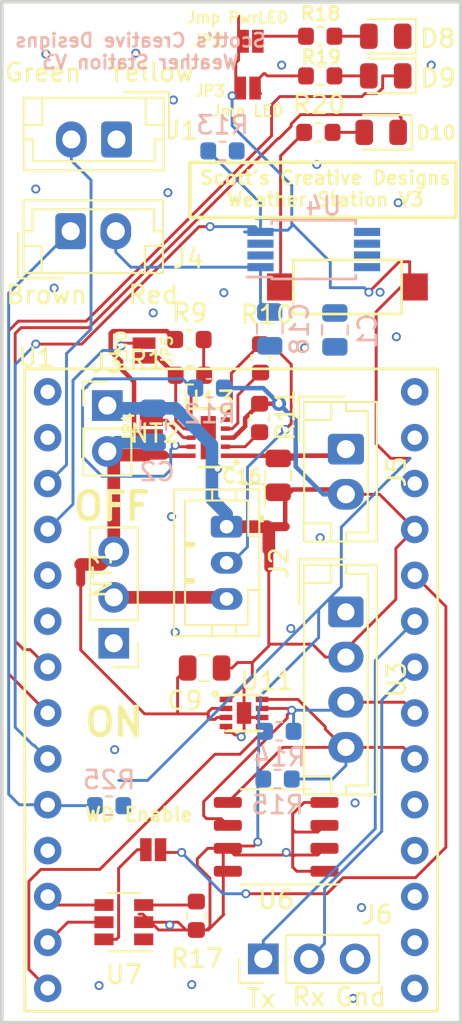
<source format=kicad_pcb>
(kicad_pcb (version 20171130) (host pcbnew "(5.0.1)-rc2")

  (general
    (thickness 1.6)
    (drawings 19)
    (tracks 430)
    (zones 0)
    (modules 45)
    (nets 55)
  )

  (page A4)
  (layers
    (0 F.Cu signal)
    (31 B.Cu signal)
    (32 B.Adhes user)
    (33 F.Adhes user)
    (34 B.Paste user)
    (35 F.Paste user)
    (36 B.SilkS user)
    (37 F.SilkS user)
    (38 B.Mask user)
    (39 F.Mask user)
    (40 Dwgs.User user)
    (41 Cmts.User user)
    (42 Eco1.User user)
    (43 Eco2.User user)
    (44 Edge.Cuts user)
    (45 Margin user)
    (46 B.CrtYd user)
    (47 F.CrtYd user)
    (48 B.Fab user)
    (49 F.Fab user hide)
  )

  (setup
    (last_trace_width 0.25)
    (trace_clearance 0.2)
    (zone_clearance 0.5)
    (zone_45_only no)
    (trace_min 0.127)
    (segment_width 0.2)
    (edge_width 0.15)
    (via_size 0.8)
    (via_drill 0.4)
    (via_min_size 0.45)
    (via_min_drill 0.3)
    (user_via 0.5 0.3)
    (uvia_size 0.3)
    (uvia_drill 0.1)
    (uvias_allowed no)
    (uvia_min_size 0.3)
    (uvia_min_drill 0.1)
    (pcb_text_width 0.3)
    (pcb_text_size 1.5 1.5)
    (mod_edge_width 0.15)
    (mod_text_size 1 1)
    (mod_text_width 0.15)
    (pad_size 0.6 0.6)
    (pad_drill 0.4)
    (pad_to_mask_clearance 0.051)
    (solder_mask_min_width 0.25)
    (aux_axis_origin 0 0)
    (visible_elements 7FFFF7FF)
    (pcbplotparams
      (layerselection 0x010fc_ffffffff)
      (usegerberextensions false)
      (usegerberattributes false)
      (usegerberadvancedattributes false)
      (creategerberjobfile false)
      (excludeedgelayer true)
      (linewidth 0.100000)
      (plotframeref false)
      (viasonmask false)
      (mode 1)
      (useauxorigin false)
      (hpglpennumber 1)
      (hpglpenspeed 20)
      (hpglpendiameter 15.000000)
      (psnegative false)
      (psa4output false)
      (plotreference true)
      (plotvalue true)
      (plotinvisibletext false)
      (padsonsilk false)
      (subtractmaskfromsilk false)
      (outputformat 1)
      (mirror false)
      (drillshape 0)
      (scaleselection 1)
      (outputdirectory "Gerber/"))
  )

  (net 0 "")
  (net 1 GND)
  (net 2 /ANE_Tx)
  (net 3 /ANE_Vcc)
  (net 4 /ANE_Pulse)
  (net 5 /Sheet5C1E5C91/NTC)
  (net 6 /RESET)
  (net 7 /Sheet5C1E5C91/Batt+)
  (net 8 "Net-(R11-Pad1)")
  (net 9 "Net-(R12-Pad1)")
  (net 10 BATT_ALRT)
  (net 11 I2C_SDA)
  (net 12 I2C_SCL)
  (net 13 /ANE_Vcc_EN)
  (net 14 3V3)
  (net 15 /Sheet5C1E5C91/Solar+)
  (net 16 "Net-(D8-Pad2)")
  (net 17 "Net-(D9-Pad2)")
  (net 18 /GPLED1)
  (net 19 /GPLED2)
  (net 20 "Net-(D10-Pad2)")
  (net 21 "Net-(JP1-Pad1)")
  (net 22 "Net-(JP2-Pad1)")
  (net 23 "Net-(R17-Pad2)")
  (net 24 /DONE)
  (net 25 /WAKE)
  (net 26 /Sheet5C1E5C91/Batt_int)
  (net 27 /Sheet5C1E5C91/BattMon+)
  (net 28 "Net-(SW2-Pad1)")
  (net 29 "Net-(U4-Pad5)")
  (net 30 "Net-(U4-Pad6)")
  (net 31 "Net-(U4-Pad7)")
  (net 32 "Net-(U4-Pad8)")
  (net 33 "Net-(R10-Pad1)")
  (net 34 "Net-(JP3-Pad2)")
  (net 35 "Net-(JP4-Pad2)")
  (net 36 "Net-(R20-Pad2)")
  (net 37 "Net-(U1-Pad1)")
  (net 38 "Net-(U1-Pad2)")
  (net 39 "Net-(U1-Pad5)")
  (net 40 "Net-(U1-Pad6)")
  (net 41 "Net-(U1-Pad15)")
  (net 42 "Net-(U1-Pad16)")
  (net 43 "Net-(U1-Pad17)")
  (net 44 "Net-(U1-Pad18)")
  (net 45 "Net-(U1-Pad19)")
  (net 46 "Net-(U1-Pad27)")
  (net 47 "Net-(U1-Pad28)")
  (net 48 "Net-(U1-Pad11)")
  (net 49 "Net-(J6-Pad1)")
  (net 50 "Net-(J6-Pad2)")
  (net 51 CHRG_EN)
  (net 52 /Sheet5C1E5C91/Batt_Chrg+)
  (net 53 "Net-(R1-Pad1)")
  (net 54 "Net-(JP5-Pad2)")

  (net_class Default "This is the default net class."
    (clearance 0.2)
    (trace_width 0.25)
    (via_dia 0.8)
    (via_drill 0.4)
    (uvia_dia 0.3)
    (uvia_drill 0.1)
    (add_net /Sheet5C1E5C91/Batt_Chrg+)
    (add_net /Sheet5C1E5C91/Solar+)
    (add_net "Net-(JP5-Pad2)")
  )

  (net_class BattPwr ""
    (clearance 0.2)
    (trace_width 0.7)
    (via_dia 0.8)
    (via_drill 0.4)
    (uvia_dia 0.3)
    (uvia_drill 0.1)
    (add_net /Sheet5C1E5C91/Batt+)
    (add_net /Sheet5C1E5C91/Batt_int)
  )

  (net_class SmallSig ""
    (clearance 0.2)
    (trace_width 0.16)
    (via_dia 0.5)
    (via_drill 0.3)
    (uvia_dia 0.3)
    (uvia_drill 0.1)
    (add_net /ANE_Pulse)
    (add_net /ANE_Tx)
    (add_net /ANE_Vcc)
    (add_net /ANE_Vcc_EN)
    (add_net /DONE)
    (add_net /GPLED1)
    (add_net /GPLED2)
    (add_net /RESET)
    (add_net /Sheet5C1E5C91/BattMon+)
    (add_net /Sheet5C1E5C91/NTC)
    (add_net /WAKE)
    (add_net 3V3)
    (add_net BATT_ALRT)
    (add_net CHRG_EN)
    (add_net GND)
    (add_net I2C_SCL)
    (add_net I2C_SDA)
    (add_net "Net-(D10-Pad2)")
    (add_net "Net-(D8-Pad2)")
    (add_net "Net-(D9-Pad2)")
    (add_net "Net-(J6-Pad1)")
    (add_net "Net-(J6-Pad2)")
    (add_net "Net-(JP1-Pad1)")
    (add_net "Net-(JP2-Pad1)")
    (add_net "Net-(JP3-Pad2)")
    (add_net "Net-(JP4-Pad2)")
    (add_net "Net-(R1-Pad1)")
    (add_net "Net-(R10-Pad1)")
    (add_net "Net-(R11-Pad1)")
    (add_net "Net-(R12-Pad1)")
    (add_net "Net-(R17-Pad2)")
    (add_net "Net-(R20-Pad2)")
    (add_net "Net-(SW2-Pad1)")
    (add_net "Net-(U1-Pad1)")
    (add_net "Net-(U1-Pad11)")
    (add_net "Net-(U1-Pad15)")
    (add_net "Net-(U1-Pad16)")
    (add_net "Net-(U1-Pad17)")
    (add_net "Net-(U1-Pad18)")
    (add_net "Net-(U1-Pad19)")
    (add_net "Net-(U1-Pad2)")
    (add_net "Net-(U1-Pad27)")
    (add_net "Net-(U1-Pad28)")
    (add_net "Net-(U1-Pad5)")
    (add_net "Net-(U1-Pad6)")
    (add_net "Net-(U4-Pad5)")
    (add_net "Net-(U4-Pad6)")
    (add_net "Net-(U4-Pad7)")
    (add_net "Net-(U4-Pad8)")
  )

  (module Connector_JST:JST_EH_B02B-EH-A_1x02_P2.50mm_Vertical (layer F.Cu) (tedit 5B772AC7) (tstamp 5CCE869F)
    (at 99.06 59.69 180)
    (descr "JST EH series connector, B02B-EH-A (http://www.jst-mfg.com/product/pdf/eng/eEH.pdf), generated with kicad-footprint-generator")
    (tags "connector JST EH side entry")
    (path /5CC053C4)
    (fp_text reference J1 (at -3.6576 0.508 180) (layer F.SilkS)
      (effects (font (size 1 1) (thickness 0.15)))
    )
    (fp_text value Conn_01x02 (at 1.25 3.4 180) (layer F.Fab)
      (effects (font (size 1 1) (thickness 0.15)))
    )
    (fp_text user %R (at 1.25 1.5 180) (layer F.Fab)
      (effects (font (size 1 1) (thickness 0.15)))
    )
    (fp_line (start -2.91 2.61) (end -0.41 2.61) (layer F.Fab) (width 0.1))
    (fp_line (start -2.91 0.11) (end -2.91 2.61) (layer F.Fab) (width 0.1))
    (fp_line (start -2.91 2.61) (end -0.41 2.61) (layer F.SilkS) (width 0.12))
    (fp_line (start -2.91 0.11) (end -2.91 2.61) (layer F.SilkS) (width 0.12))
    (fp_line (start 4.11 0.81) (end 4.11 2.31) (layer F.SilkS) (width 0.12))
    (fp_line (start 5.11 0.81) (end 4.11 0.81) (layer F.SilkS) (width 0.12))
    (fp_line (start -1.61 0.81) (end -1.61 2.31) (layer F.SilkS) (width 0.12))
    (fp_line (start -2.61 0.81) (end -1.61 0.81) (layer F.SilkS) (width 0.12))
    (fp_line (start 4.61 0) (end 5.11 0) (layer F.SilkS) (width 0.12))
    (fp_line (start 4.61 -1.21) (end 4.61 0) (layer F.SilkS) (width 0.12))
    (fp_line (start -2.11 -1.21) (end 4.61 -1.21) (layer F.SilkS) (width 0.12))
    (fp_line (start -2.11 0) (end -2.11 -1.21) (layer F.SilkS) (width 0.12))
    (fp_line (start -2.61 0) (end -2.11 0) (layer F.SilkS) (width 0.12))
    (fp_line (start 5.11 -1.71) (end -2.61 -1.71) (layer F.SilkS) (width 0.12))
    (fp_line (start 5.11 2.31) (end 5.11 -1.71) (layer F.SilkS) (width 0.12))
    (fp_line (start -2.61 2.31) (end 5.11 2.31) (layer F.SilkS) (width 0.12))
    (fp_line (start -2.61 -1.71) (end -2.61 2.31) (layer F.SilkS) (width 0.12))
    (fp_line (start 5.5 -2.1) (end -3 -2.1) (layer F.CrtYd) (width 0.05))
    (fp_line (start 5.5 2.7) (end 5.5 -2.1) (layer F.CrtYd) (width 0.05))
    (fp_line (start -3 2.7) (end 5.5 2.7) (layer F.CrtYd) (width 0.05))
    (fp_line (start -3 -2.1) (end -3 2.7) (layer F.CrtYd) (width 0.05))
    (fp_line (start 5 -1.6) (end -2.5 -1.6) (layer F.Fab) (width 0.1))
    (fp_line (start 5 2.2) (end 5 -1.6) (layer F.Fab) (width 0.1))
    (fp_line (start -2.5 2.2) (end 5 2.2) (layer F.Fab) (width 0.1))
    (fp_line (start -2.5 -1.6) (end -2.5 2.2) (layer F.Fab) (width 0.1))
    (pad 2 thru_hole oval (at 2.5 0 180) (size 1.7 2) (drill 1) (layers *.Cu *.Mask)
      (net 4 /ANE_Pulse))
    (pad 1 thru_hole roundrect (at 0 0 180) (size 1.7 2) (drill 1) (layers *.Cu *.Mask) (roundrect_rratio 0.147059)
      (net 1 GND))
    (model ${KISYS3DMOD}/Connector_JST.3dshapes/JST_EH_B02B-EH-A_1x02_P2.50mm_Vertical.wrl
      (at (xyz 0 0 0))
      (scale (xyz 1 1 1))
      (rotate (xyz 20 0 0))
    )
    (model "C:/Program Files/KiCad/share/kicad/modules/packages3d/Connector_JST.3dshapes/JST_EH_B2B-EH-A_1x02_P2.50mm_Vertical.step"
      (at (xyz 0 0 0))
      (scale (xyz 1 1 1))
      (rotate (xyz 0 0 0))
    )
  )

  (module Connector_JST:JST_EH_B04B-EH-A_1x04_P2.50mm_Vertical (layer F.Cu) (tedit 5B772AC7) (tstamp 5C87EA78)
    (at 111.76 85.845 270)
    (descr "JST EH series connector, B04B-EH-A (http://www.jst-mfg.com/product/pdf/eng/eEH.pdf), generated with kicad-footprint-generator")
    (tags "connector JST EH side entry")
    (path /5C1BD82E)
    (fp_text reference U3 (at 3.75 -2.8 270) (layer F.SilkS)
      (effects (font (size 1 1) (thickness 0.15)))
    )
    (fp_text value BME280 (at 3.75 3.4 270) (layer F.Fab)
      (effects (font (size 1 1) (thickness 0.15)))
    )
    (fp_line (start -2.5 -1.6) (end -2.5 2.2) (layer F.Fab) (width 0.1))
    (fp_line (start -2.5 2.2) (end 10 2.2) (layer F.Fab) (width 0.1))
    (fp_line (start 10 2.2) (end 10 -1.6) (layer F.Fab) (width 0.1))
    (fp_line (start 10 -1.6) (end -2.5 -1.6) (layer F.Fab) (width 0.1))
    (fp_line (start -3 -2.1) (end -3 2.7) (layer F.CrtYd) (width 0.05))
    (fp_line (start -3 2.7) (end 10.5 2.7) (layer F.CrtYd) (width 0.05))
    (fp_line (start 10.5 2.7) (end 10.5 -2.1) (layer F.CrtYd) (width 0.05))
    (fp_line (start 10.5 -2.1) (end -3 -2.1) (layer F.CrtYd) (width 0.05))
    (fp_line (start -2.61 -1.71) (end -2.61 2.31) (layer F.SilkS) (width 0.12))
    (fp_line (start -2.61 2.31) (end 10.11 2.31) (layer F.SilkS) (width 0.12))
    (fp_line (start 10.11 2.31) (end 10.11 -1.71) (layer F.SilkS) (width 0.12))
    (fp_line (start 10.11 -1.71) (end -2.61 -1.71) (layer F.SilkS) (width 0.12))
    (fp_line (start -2.61 0) (end -2.11 0) (layer F.SilkS) (width 0.12))
    (fp_line (start -2.11 0) (end -2.11 -1.21) (layer F.SilkS) (width 0.12))
    (fp_line (start -2.11 -1.21) (end 9.61 -1.21) (layer F.SilkS) (width 0.12))
    (fp_line (start 9.61 -1.21) (end 9.61 0) (layer F.SilkS) (width 0.12))
    (fp_line (start 9.61 0) (end 10.11 0) (layer F.SilkS) (width 0.12))
    (fp_line (start -2.61 0.81) (end -1.61 0.81) (layer F.SilkS) (width 0.12))
    (fp_line (start -1.61 0.81) (end -1.61 2.31) (layer F.SilkS) (width 0.12))
    (fp_line (start 10.11 0.81) (end 9.11 0.81) (layer F.SilkS) (width 0.12))
    (fp_line (start 9.11 0.81) (end 9.11 2.31) (layer F.SilkS) (width 0.12))
    (fp_line (start -2.91 0.11) (end -2.91 2.61) (layer F.SilkS) (width 0.12))
    (fp_line (start -2.91 2.61) (end -0.41 2.61) (layer F.SilkS) (width 0.12))
    (fp_line (start -2.91 0.11) (end -2.91 2.61) (layer F.Fab) (width 0.1))
    (fp_line (start -2.91 2.61) (end -0.41 2.61) (layer F.Fab) (width 0.1))
    (fp_text user %R (at 3.75 1.5 270) (layer F.Fab)
      (effects (font (size 1 1) (thickness 0.15)))
    )
    (pad 1 thru_hole roundrect (at 0 0 270) (size 1.7 1.95) (drill 0.95) (layers *.Cu *.Mask) (roundrect_rratio 0.147059)
      (net 14 3V3))
    (pad 2 thru_hole oval (at 2.5 0 270) (size 1.7 1.95) (drill 0.95) (layers *.Cu *.Mask)
      (net 1 GND))
    (pad 3 thru_hole oval (at 5 0 270) (size 1.7 1.95) (drill 0.95) (layers *.Cu *.Mask)
      (net 12 I2C_SCL))
    (pad 4 thru_hole oval (at 7.5 0 270) (size 1.7 1.95) (drill 0.95) (layers *.Cu *.Mask)
      (net 11 I2C_SDA))
    (model ${KISYS3DMOD}/Connector_JST.3dshapes/JST_EH_B04B-EH-A_1x04_P2.50mm_Vertical.wrl
      (at (xyz 0 0 0))
      (scale (xyz 1 1 1))
      (rotate (xyz 0 0 0))
    )
    (model ${KISYS3DMOD}/Connector_JST.3dshapes/JST_EH_B4B-EH-A_1x04_P2.50mm_Vertical.step
      (at (xyz 0 0 0))
      (scale (xyz 1 1 1))
      (rotate (xyz 0 0 0))
    )
  )

  (module Capacitor_SMD:C_0805_2012Metric (layer B.Cu) (tedit 5B36C52B) (tstamp 5C75FC07)
    (at 111.1504 70.2333 90)
    (descr "Capacitor SMD 0805 (2012 Metric), square (rectangular) end terminal, IPC_7351 nominal, (Body size source: https://docs.google.com/spreadsheets/d/1BsfQQcO9C6DZCsRaXUlFlo91Tg2WpOkGARC1WS5S8t0/edit?usp=sharing), generated with kicad-footprint-generator")
    (tags capacitor)
    (path /5C1AEA54)
    (attr smd)
    (fp_text reference C1 (at -0.0612 1.8034 90) (layer B.SilkS)
      (effects (font (size 1 1) (thickness 0.15)) (justify mirror))
    )
    (fp_text value 100nF (at 0 -1.65 90) (layer B.Fab)
      (effects (font (size 1 1) (thickness 0.15)) (justify mirror))
    )
    (fp_text user %R (at 0 0 90) (layer B.Fab)
      (effects (font (size 0.5 0.5) (thickness 0.08)) (justify mirror))
    )
    (fp_line (start 1.68 -0.95) (end -1.68 -0.95) (layer B.CrtYd) (width 0.05))
    (fp_line (start 1.68 0.95) (end 1.68 -0.95) (layer B.CrtYd) (width 0.05))
    (fp_line (start -1.68 0.95) (end 1.68 0.95) (layer B.CrtYd) (width 0.05))
    (fp_line (start -1.68 -0.95) (end -1.68 0.95) (layer B.CrtYd) (width 0.05))
    (fp_line (start -0.258578 -0.71) (end 0.258578 -0.71) (layer B.SilkS) (width 0.12))
    (fp_line (start -0.258578 0.71) (end 0.258578 0.71) (layer B.SilkS) (width 0.12))
    (fp_line (start 1 -0.6) (end -1 -0.6) (layer B.Fab) (width 0.1))
    (fp_line (start 1 0.6) (end 1 -0.6) (layer B.Fab) (width 0.1))
    (fp_line (start -1 0.6) (end 1 0.6) (layer B.Fab) (width 0.1))
    (fp_line (start -1 -0.6) (end -1 0.6) (layer B.Fab) (width 0.1))
    (pad 2 smd roundrect (at 0.9375 0 90) (size 0.975 1.4) (layers B.Cu B.Paste B.Mask) (roundrect_rratio 0.25)
      (net 14 3V3))
    (pad 1 smd roundrect (at -0.9375 0 90) (size 0.975 1.4) (layers B.Cu B.Paste B.Mask) (roundrect_rratio 0.25)
      (net 1 GND))
    (model ${KISYS3DMOD}/Capacitor_SMD.3dshapes/C_0805_2012Metric.wrl
      (at (xyz 0 0 0))
      (scale (xyz 1 1 1))
      (rotate (xyz 0 0 0))
    )
  )

  (module Capacitor_SMD:C_0805_2012Metric (layer F.Cu) (tedit 5B36C52B) (tstamp 5C75FC5C)
    (at 103.9368 88.9508 180)
    (descr "Capacitor SMD 0805 (2012 Metric), square (rectangular) end terminal, IPC_7351 nominal, (Body size source: https://docs.google.com/spreadsheets/d/1BsfQQcO9C6DZCsRaXUlFlo91Tg2WpOkGARC1WS5S8t0/edit?usp=sharing), generated with kicad-footprint-generator")
    (tags capacitor)
    (path /5C1E5C92/5C1F9204)
    (attr smd)
    (fp_text reference C9 (at 1.0922 -1.8034 180) (layer F.SilkS)
      (effects (font (size 1 1) (thickness 0.15)))
    )
    (fp_text value 0.1uF (at 0 1.65 180) (layer F.Fab)
      (effects (font (size 1 1) (thickness 0.15)))
    )
    (fp_text user %R (at 0 0 180) (layer F.Fab)
      (effects (font (size 0.5 0.5) (thickness 0.08)))
    )
    (fp_line (start 1.68 0.95) (end -1.68 0.95) (layer F.CrtYd) (width 0.05))
    (fp_line (start 1.68 -0.95) (end 1.68 0.95) (layer F.CrtYd) (width 0.05))
    (fp_line (start -1.68 -0.95) (end 1.68 -0.95) (layer F.CrtYd) (width 0.05))
    (fp_line (start -1.68 0.95) (end -1.68 -0.95) (layer F.CrtYd) (width 0.05))
    (fp_line (start -0.258578 0.71) (end 0.258578 0.71) (layer F.SilkS) (width 0.12))
    (fp_line (start -0.258578 -0.71) (end 0.258578 -0.71) (layer F.SilkS) (width 0.12))
    (fp_line (start 1 0.6) (end -1 0.6) (layer F.Fab) (width 0.1))
    (fp_line (start 1 -0.6) (end 1 0.6) (layer F.Fab) (width 0.1))
    (fp_line (start -1 -0.6) (end 1 -0.6) (layer F.Fab) (width 0.1))
    (fp_line (start -1 0.6) (end -1 -0.6) (layer F.Fab) (width 0.1))
    (pad 2 smd roundrect (at 0.9375 0 180) (size 0.975 1.4) (layers F.Cu F.Paste F.Mask) (roundrect_rratio 0.25)
      (net 27 /Sheet5C1E5C91/BattMon+))
    (pad 1 smd roundrect (at -0.9375 0 180) (size 0.975 1.4) (layers F.Cu F.Paste F.Mask) (roundrect_rratio 0.25)
      (net 1 GND))
    (model ${KISYS3DMOD}/Capacitor_SMD.3dshapes/C_0805_2012Metric.wrl
      (at (xyz 0 0 0))
      (scale (xyz 1 1 1))
      (rotate (xyz 0 0 0))
    )
  )

  (module Capacitor_SMD:C_0805_2012Metric (layer F.Cu) (tedit 5CCECFF3) (tstamp 5C75FC7E)
    (at 108.0135 78.2851 270)
    (descr "Capacitor SMD 0805 (2012 Metric), square (rectangular) end terminal, IPC_7351 nominal, (Body size source: https://docs.google.com/spreadsheets/d/1BsfQQcO9C6DZCsRaXUlFlo91Tg2WpOkGARC1WS5S8t0/edit?usp=sharing), generated with kicad-footprint-generator")
    (tags capacitor)
    (path /5C1E5C92/5C1F6717)
    (attr smd)
    (fp_text reference C16 (at 0.0508 2.0066 180) (layer F.SilkS)
      (effects (font (size 0.75 0.75) (thickness 0.15)))
    )
    (fp_text value 1uF (at 0 1.65 270) (layer F.Fab)
      (effects (font (size 1 1) (thickness 0.15)))
    )
    (fp_line (start -1 0.6) (end -1 -0.6) (layer F.Fab) (width 0.1))
    (fp_line (start -1 -0.6) (end 1 -0.6) (layer F.Fab) (width 0.1))
    (fp_line (start 1 -0.6) (end 1 0.6) (layer F.Fab) (width 0.1))
    (fp_line (start 1 0.6) (end -1 0.6) (layer F.Fab) (width 0.1))
    (fp_line (start -0.258578 -0.71) (end 0.258578 -0.71) (layer F.SilkS) (width 0.12))
    (fp_line (start -0.258578 0.71) (end 0.258578 0.71) (layer F.SilkS) (width 0.12))
    (fp_line (start -1.68 0.95) (end -1.68 -0.95) (layer F.CrtYd) (width 0.05))
    (fp_line (start -1.68 -0.95) (end 1.68 -0.95) (layer F.CrtYd) (width 0.05))
    (fp_line (start 1.68 -0.95) (end 1.68 0.95) (layer F.CrtYd) (width 0.05))
    (fp_line (start 1.68 0.95) (end -1.68 0.95) (layer F.CrtYd) (width 0.05))
    (fp_text user %R (at 0 0 270) (layer F.Fab)
      (effects (font (size 0.5 0.5) (thickness 0.08)))
    )
    (pad 1 smd roundrect (at -0.9375 0 270) (size 0.975 1.4) (layers F.Cu F.Paste F.Mask) (roundrect_rratio 0.25)
      (net 15 /Sheet5C1E5C91/Solar+))
    (pad 2 smd roundrect (at 0.9375 0 270) (size 0.975 1.4) (layers F.Cu F.Paste F.Mask) (roundrect_rratio 0.25)
      (net 1 GND))
    (model ${KISYS3DMOD}/Capacitor_SMD.3dshapes/C_0805_2012Metric.wrl
      (at (xyz 0 0 0))
      (scale (xyz 1 1 1))
      (rotate (xyz 0 0 0))
    )
  )

  (module Capacitor_SMD:C_0805_2012Metric (layer B.Cu) (tedit 5B36C52B) (tstamp 5C75FC8F)
    (at 107.5436 70.1779 90)
    (descr "Capacitor SMD 0805 (2012 Metric), square (rectangular) end terminal, IPC_7351 nominal, (Body size source: https://docs.google.com/spreadsheets/d/1BsfQQcO9C6DZCsRaXUlFlo91Tg2WpOkGARC1WS5S8t0/edit?usp=sharing), generated with kicad-footprint-generator")
    (tags capacitor)
    (path /5C481E4E)
    (attr smd)
    (fp_text reference C18 (at 0 1.65 90) (layer B.SilkS)
      (effects (font (size 1 1) (thickness 0.15)) (justify mirror))
    )
    (fp_text value 100nF (at 0 -1.65 90) (layer B.Fab)
      (effects (font (size 1 1) (thickness 0.15)) (justify mirror))
    )
    (fp_line (start -1 -0.6) (end -1 0.6) (layer B.Fab) (width 0.1))
    (fp_line (start -1 0.6) (end 1 0.6) (layer B.Fab) (width 0.1))
    (fp_line (start 1 0.6) (end 1 -0.6) (layer B.Fab) (width 0.1))
    (fp_line (start 1 -0.6) (end -1 -0.6) (layer B.Fab) (width 0.1))
    (fp_line (start -0.258578 0.71) (end 0.258578 0.71) (layer B.SilkS) (width 0.12))
    (fp_line (start -0.258578 -0.71) (end 0.258578 -0.71) (layer B.SilkS) (width 0.12))
    (fp_line (start -1.68 -0.95) (end -1.68 0.95) (layer B.CrtYd) (width 0.05))
    (fp_line (start -1.68 0.95) (end 1.68 0.95) (layer B.CrtYd) (width 0.05))
    (fp_line (start 1.68 0.95) (end 1.68 -0.95) (layer B.CrtYd) (width 0.05))
    (fp_line (start 1.68 -0.95) (end -1.68 -0.95) (layer B.CrtYd) (width 0.05))
    (fp_text user %R (at 0 0 90) (layer B.Fab)
      (effects (font (size 0.5 0.5) (thickness 0.08)) (justify mirror))
    )
    (pad 1 smd roundrect (at -0.9375 0 90) (size 0.975 1.4) (layers B.Cu B.Paste B.Mask) (roundrect_rratio 0.25)
      (net 1 GND))
    (pad 2 smd roundrect (at 0.9375 0 90) (size 0.975 1.4) (layers B.Cu B.Paste B.Mask) (roundrect_rratio 0.25)
      (net 3 /ANE_Vcc))
    (model ${KISYS3DMOD}/Capacitor_SMD.3dshapes/C_0805_2012Metric.wrl
      (at (xyz 0 0 0))
      (scale (xyz 1 1 1))
      (rotate (xyz 0 0 0))
    )
  )

  (module LED_SMD:LED_0805_2012Metric (layer F.Cu) (tedit 5B36C52C) (tstamp 5C75FCC8)
    (at 113.9675 53.975 180)
    (descr "LED SMD 0805 (2012 Metric), square (rectangular) end terminal, IPC_7351 nominal, (Body size source: https://docs.google.com/spreadsheets/d/1BsfQQcO9C6DZCsRaXUlFlo91Tg2WpOkGARC1WS5S8t0/edit?usp=sharing), generated with kicad-footprint-generator")
    (tags diode)
    (path /5C40D871)
    (attr smd)
    (fp_text reference D8 (at -2.8725 -0.127 180) (layer F.SilkS)
      (effects (font (size 1 1) (thickness 0.15)))
    )
    (fp_text value "3V3 OK" (at 0 1.65 180) (layer F.Fab)
      (effects (font (size 1 1) (thickness 0.15)))
    )
    (fp_text user %R (at 0 0 180) (layer F.Fab)
      (effects (font (size 0.5 0.5) (thickness 0.08)))
    )
    (fp_line (start 1.68 0.95) (end -1.68 0.95) (layer F.CrtYd) (width 0.05))
    (fp_line (start 1.68 -0.95) (end 1.68 0.95) (layer F.CrtYd) (width 0.05))
    (fp_line (start -1.68 -0.95) (end 1.68 -0.95) (layer F.CrtYd) (width 0.05))
    (fp_line (start -1.68 0.95) (end -1.68 -0.95) (layer F.CrtYd) (width 0.05))
    (fp_line (start -1.685 0.96) (end 1 0.96) (layer F.SilkS) (width 0.12))
    (fp_line (start -1.685 -0.96) (end -1.685 0.96) (layer F.SilkS) (width 0.12))
    (fp_line (start 1 -0.96) (end -1.685 -0.96) (layer F.SilkS) (width 0.12))
    (fp_line (start 1 0.6) (end 1 -0.6) (layer F.Fab) (width 0.1))
    (fp_line (start -1 0.6) (end 1 0.6) (layer F.Fab) (width 0.1))
    (fp_line (start -1 -0.3) (end -1 0.6) (layer F.Fab) (width 0.1))
    (fp_line (start -0.7 -0.6) (end -1 -0.3) (layer F.Fab) (width 0.1))
    (fp_line (start 1 -0.6) (end -0.7 -0.6) (layer F.Fab) (width 0.1))
    (pad 2 smd roundrect (at 0.9375 0 180) (size 0.975 1.4) (layers F.Cu F.Paste F.Mask) (roundrect_rratio 0.25)
      (net 16 "Net-(D8-Pad2)"))
    (pad 1 smd roundrect (at -0.9375 0 180) (size 0.975 1.4) (layers F.Cu F.Paste F.Mask) (roundrect_rratio 0.25)
      (net 1 GND))
    (model ${KISYS3DMOD}/LED_SMD.3dshapes/LED_0805_2012Metric.wrl
      (at (xyz 0 0 0))
      (scale (xyz 1 1 1))
      (rotate (xyz 0 0 0))
    )
  )

  (module LED_SMD:LED_0805_2012Metric (layer F.Cu) (tedit 5B36C52C) (tstamp 5C75FCDB)
    (at 113.9675 56.1721 180)
    (descr "LED SMD 0805 (2012 Metric), square (rectangular) end terminal, IPC_7351 nominal, (Body size source: https://docs.google.com/spreadsheets/d/1BsfQQcO9C6DZCsRaXUlFlo91Tg2WpOkGARC1WS5S8t0/edit?usp=sharing), generated with kicad-footprint-generator")
    (tags diode)
    (path /5C40E9E4)
    (attr smd)
    (fp_text reference D9 (at -2.8979 -0.127 180) (layer F.SilkS)
      (effects (font (size 1 1) (thickness 0.15)))
    )
    (fp_text value GPLED (at 0 1.65 180) (layer F.Fab)
      (effects (font (size 1 1) (thickness 0.15)))
    )
    (fp_text user %R (at 0 0 180) (layer F.Fab)
      (effects (font (size 0.5 0.5) (thickness 0.08)))
    )
    (fp_line (start 1.68 0.95) (end -1.68 0.95) (layer F.CrtYd) (width 0.05))
    (fp_line (start 1.68 -0.95) (end 1.68 0.95) (layer F.CrtYd) (width 0.05))
    (fp_line (start -1.68 -0.95) (end 1.68 -0.95) (layer F.CrtYd) (width 0.05))
    (fp_line (start -1.68 0.95) (end -1.68 -0.95) (layer F.CrtYd) (width 0.05))
    (fp_line (start -1.685 0.96) (end 1 0.96) (layer F.SilkS) (width 0.12))
    (fp_line (start -1.685 -0.96) (end -1.685 0.96) (layer F.SilkS) (width 0.12))
    (fp_line (start 1 -0.96) (end -1.685 -0.96) (layer F.SilkS) (width 0.12))
    (fp_line (start 1 0.6) (end 1 -0.6) (layer F.Fab) (width 0.1))
    (fp_line (start -1 0.6) (end 1 0.6) (layer F.Fab) (width 0.1))
    (fp_line (start -1 -0.3) (end -1 0.6) (layer F.Fab) (width 0.1))
    (fp_line (start -0.7 -0.6) (end -1 -0.3) (layer F.Fab) (width 0.1))
    (fp_line (start 1 -0.6) (end -0.7 -0.6) (layer F.Fab) (width 0.1))
    (pad 2 smd roundrect (at 0.9375 0 180) (size 0.975 1.4) (layers F.Cu F.Paste F.Mask) (roundrect_rratio 0.25)
      (net 17 "Net-(D9-Pad2)"))
    (pad 1 smd roundrect (at -0.9375 0 180) (size 0.975 1.4) (layers F.Cu F.Paste F.Mask) (roundrect_rratio 0.25)
      (net 18 /GPLED1))
    (model ${KISYS3DMOD}/LED_SMD.3dshapes/LED_0805_2012Metric.wrl
      (at (xyz 0 0 0))
      (scale (xyz 1 1 1))
      (rotate (xyz 0 0 0))
    )
  )

  (module LED_SMD:LED_0805_2012Metric (layer F.Cu) (tedit 5CCED34B) (tstamp 5C843B74)
    (at 113.7135 59.2963 180)
    (descr "LED SMD 0805 (2012 Metric), square (rectangular) end terminal, IPC_7351 nominal, (Body size source: https://docs.google.com/spreadsheets/d/1BsfQQcO9C6DZCsRaXUlFlo91Tg2WpOkGARC1WS5S8t0/edit?usp=sharing), generated with kicad-footprint-generator")
    (tags diode)
    (path /5C41155E)
    (attr smd)
    (fp_text reference D10 (at -3.04014 -0.03302 180) (layer F.SilkS)
      (effects (font (size 0.75 0.75) (thickness 0.15)))
    )
    (fp_text value GPLED (at 0 1.65 180) (layer F.Fab)
      (effects (font (size 1 1) (thickness 0.15)))
    )
    (fp_line (start 1 -0.6) (end -0.7 -0.6) (layer F.Fab) (width 0.1))
    (fp_line (start -0.7 -0.6) (end -1 -0.3) (layer F.Fab) (width 0.1))
    (fp_line (start -1 -0.3) (end -1 0.6) (layer F.Fab) (width 0.1))
    (fp_line (start -1 0.6) (end 1 0.6) (layer F.Fab) (width 0.1))
    (fp_line (start 1 0.6) (end 1 -0.6) (layer F.Fab) (width 0.1))
    (fp_line (start 1 -0.96) (end -1.685 -0.96) (layer F.SilkS) (width 0.12))
    (fp_line (start -1.685 -0.96) (end -1.685 0.96) (layer F.SilkS) (width 0.12))
    (fp_line (start -1.685 0.96) (end 1 0.96) (layer F.SilkS) (width 0.12))
    (fp_line (start -1.68 0.95) (end -1.68 -0.95) (layer F.CrtYd) (width 0.05))
    (fp_line (start -1.68 -0.95) (end 1.68 -0.95) (layer F.CrtYd) (width 0.05))
    (fp_line (start 1.68 -0.95) (end 1.68 0.95) (layer F.CrtYd) (width 0.05))
    (fp_line (start 1.68 0.95) (end -1.68 0.95) (layer F.CrtYd) (width 0.05))
    (fp_text user %R (at 0 0 180) (layer F.Fab)
      (effects (font (size 0.5 0.5) (thickness 0.08)))
    )
    (pad 1 smd roundrect (at -0.9375 0 180) (size 0.975 1.4) (layers F.Cu F.Paste F.Mask) (roundrect_rratio 0.25)
      (net 19 /GPLED2))
    (pad 2 smd roundrect (at 0.9375 0 180) (size 0.975 1.4) (layers F.Cu F.Paste F.Mask) (roundrect_rratio 0.25)
      (net 20 "Net-(D10-Pad2)"))
    (model ${KISYS3DMOD}/LED_SMD.3dshapes/LED_0805_2012Metric.wrl
      (at (xyz 0 0 0))
      (scale (xyz 1 1 1))
      (rotate (xyz 0 0 0))
    )
  )

  (module Connector_JST:JST_PH_B3B-PH-K_1x03_P2.00mm_Vertical (layer F.Cu) (tedit 5B7745C2) (tstamp 5C75FD3F)
    (at 105.156 81.1276 270)
    (descr "JST PH series connector, B3B-PH-K (http://www.jst-mfg.com/product/pdf/eng/ePH.pdf), generated with kicad-footprint-generator")
    (tags "connector JST PH side entry")
    (path /5C1E5C92/5C26230A)
    (fp_text reference J2 (at 2 -2.9 270) (layer F.SilkS)
      (effects (font (size 1 1) (thickness 0.15)))
    )
    (fp_text value Conn_01x03 (at 2 4 270) (layer F.Fab)
      (effects (font (size 1 1) (thickness 0.15)))
    )
    (fp_line (start -2.06 -1.81) (end -2.06 2.91) (layer F.SilkS) (width 0.12))
    (fp_line (start -2.06 2.91) (end 6.06 2.91) (layer F.SilkS) (width 0.12))
    (fp_line (start 6.06 2.91) (end 6.06 -1.81) (layer F.SilkS) (width 0.12))
    (fp_line (start 6.06 -1.81) (end -2.06 -1.81) (layer F.SilkS) (width 0.12))
    (fp_line (start -0.3 -1.81) (end -0.3 -2.01) (layer F.SilkS) (width 0.12))
    (fp_line (start -0.3 -2.01) (end -0.6 -2.01) (layer F.SilkS) (width 0.12))
    (fp_line (start -0.6 -2.01) (end -0.6 -1.81) (layer F.SilkS) (width 0.12))
    (fp_line (start -0.3 -1.91) (end -0.6 -1.91) (layer F.SilkS) (width 0.12))
    (fp_line (start 0.5 -1.81) (end 0.5 -1.2) (layer F.SilkS) (width 0.12))
    (fp_line (start 0.5 -1.2) (end -1.45 -1.2) (layer F.SilkS) (width 0.12))
    (fp_line (start -1.45 -1.2) (end -1.45 2.3) (layer F.SilkS) (width 0.12))
    (fp_line (start -1.45 2.3) (end 5.45 2.3) (layer F.SilkS) (width 0.12))
    (fp_line (start 5.45 2.3) (end 5.45 -1.2) (layer F.SilkS) (width 0.12))
    (fp_line (start 5.45 -1.2) (end 3.5 -1.2) (layer F.SilkS) (width 0.12))
    (fp_line (start 3.5 -1.2) (end 3.5 -1.81) (layer F.SilkS) (width 0.12))
    (fp_line (start -2.06 -0.5) (end -1.45 -0.5) (layer F.SilkS) (width 0.12))
    (fp_line (start -2.06 0.8) (end -1.45 0.8) (layer F.SilkS) (width 0.12))
    (fp_line (start 6.06 -0.5) (end 5.45 -0.5) (layer F.SilkS) (width 0.12))
    (fp_line (start 6.06 0.8) (end 5.45 0.8) (layer F.SilkS) (width 0.12))
    (fp_line (start 0.9 2.3) (end 0.9 1.8) (layer F.SilkS) (width 0.12))
    (fp_line (start 0.9 1.8) (end 1.1 1.8) (layer F.SilkS) (width 0.12))
    (fp_line (start 1.1 1.8) (end 1.1 2.3) (layer F.SilkS) (width 0.12))
    (fp_line (start 1 2.3) (end 1 1.8) (layer F.SilkS) (width 0.12))
    (fp_line (start 2.9 2.3) (end 2.9 1.8) (layer F.SilkS) (width 0.12))
    (fp_line (start 2.9 1.8) (end 3.1 1.8) (layer F.SilkS) (width 0.12))
    (fp_line (start 3.1 1.8) (end 3.1 2.3) (layer F.SilkS) (width 0.12))
    (fp_line (start 3 2.3) (end 3 1.8) (layer F.SilkS) (width 0.12))
    (fp_line (start -1.11 -2.11) (end -2.36 -2.11) (layer F.SilkS) (width 0.12))
    (fp_line (start -2.36 -2.11) (end -2.36 -0.86) (layer F.SilkS) (width 0.12))
    (fp_line (start -1.11 -2.11) (end -2.36 -2.11) (layer F.Fab) (width 0.1))
    (fp_line (start -2.36 -2.11) (end -2.36 -0.86) (layer F.Fab) (width 0.1))
    (fp_line (start -1.95 -1.7) (end -1.95 2.8) (layer F.Fab) (width 0.1))
    (fp_line (start -1.95 2.8) (end 5.95 2.8) (layer F.Fab) (width 0.1))
    (fp_line (start 5.95 2.8) (end 5.95 -1.7) (layer F.Fab) (width 0.1))
    (fp_line (start 5.95 -1.7) (end -1.95 -1.7) (layer F.Fab) (width 0.1))
    (fp_line (start -2.45 -2.2) (end -2.45 3.3) (layer F.CrtYd) (width 0.05))
    (fp_line (start -2.45 3.3) (end 6.45 3.3) (layer F.CrtYd) (width 0.05))
    (fp_line (start 6.45 3.3) (end 6.45 -2.2) (layer F.CrtYd) (width 0.05))
    (fp_line (start 6.45 -2.2) (end -2.45 -2.2) (layer F.CrtYd) (width 0.05))
    (fp_text user %R (at 2 1.5 270) (layer F.Fab)
      (effects (font (size 1 1) (thickness 0.15)))
    )
    (pad 1 thru_hole roundrect (at 0 0 270) (size 1.2 1.75) (drill 0.75) (layers *.Cu *.Mask) (roundrect_rratio 0.208333)
      (net 1 GND))
    (pad 2 thru_hole oval (at 2 0 270) (size 1.2 1.75) (drill 0.75) (layers *.Cu *.Mask)
      (net 5 /Sheet5C1E5C91/NTC))
    (pad 3 thru_hole oval (at 4 0 270) (size 1.2 1.75) (drill 0.75) (layers *.Cu *.Mask)
      (net 26 /Sheet5C1E5C91/Batt_int))
    (model ${KISYS3DMOD}/Connector_JST.3dshapes/JST_PH_B3B-PH-K_1x03_P2.00mm_Vertical.wrl
      (at (xyz 0 0 0))
      (scale (xyz 1 1 1))
      (rotate (xyz 0 0 0))
    )
  )

  (module Connector_JST:JST_EH_B02B-EH-A_1x02_P2.50mm_Vertical (layer F.Cu) (tedit 5B772AC7) (tstamp 5C75FD5F)
    (at 111.76 76.835 270)
    (descr "JST EH series connector, B02B-EH-A (http://www.jst-mfg.com/product/pdf/eng/eEH.pdf), generated with kicad-footprint-generator")
    (tags "connector JST EH side entry")
    (path /5C1E5C92/5C1F5970)
    (fp_text reference J5 (at 1.25 -2.8 270) (layer F.SilkS)
      (effects (font (size 1 1) (thickness 0.15)))
    )
    (fp_text value Conn_01x02 (at 1.25 3.4 270) (layer F.Fab)
      (effects (font (size 1 1) (thickness 0.15)))
    )
    (fp_line (start -2.5 -1.6) (end -2.5 2.2) (layer F.Fab) (width 0.1))
    (fp_line (start -2.5 2.2) (end 5 2.2) (layer F.Fab) (width 0.1))
    (fp_line (start 5 2.2) (end 5 -1.6) (layer F.Fab) (width 0.1))
    (fp_line (start 5 -1.6) (end -2.5 -1.6) (layer F.Fab) (width 0.1))
    (fp_line (start -3 -2.1) (end -3 2.7) (layer F.CrtYd) (width 0.05))
    (fp_line (start -3 2.7) (end 5.5 2.7) (layer F.CrtYd) (width 0.05))
    (fp_line (start 5.5 2.7) (end 5.5 -2.1) (layer F.CrtYd) (width 0.05))
    (fp_line (start 5.5 -2.1) (end -3 -2.1) (layer F.CrtYd) (width 0.05))
    (fp_line (start -2.61 -1.71) (end -2.61 2.31) (layer F.SilkS) (width 0.12))
    (fp_line (start -2.61 2.31) (end 5.11 2.31) (layer F.SilkS) (width 0.12))
    (fp_line (start 5.11 2.31) (end 5.11 -1.71) (layer F.SilkS) (width 0.12))
    (fp_line (start 5.11 -1.71) (end -2.61 -1.71) (layer F.SilkS) (width 0.12))
    (fp_line (start -2.61 0) (end -2.11 0) (layer F.SilkS) (width 0.12))
    (fp_line (start -2.11 0) (end -2.11 -1.21) (layer F.SilkS) (width 0.12))
    (fp_line (start -2.11 -1.21) (end 4.61 -1.21) (layer F.SilkS) (width 0.12))
    (fp_line (start 4.61 -1.21) (end 4.61 0) (layer F.SilkS) (width 0.12))
    (fp_line (start 4.61 0) (end 5.11 0) (layer F.SilkS) (width 0.12))
    (fp_line (start -2.61 0.81) (end -1.61 0.81) (layer F.SilkS) (width 0.12))
    (fp_line (start -1.61 0.81) (end -1.61 2.31) (layer F.SilkS) (width 0.12))
    (fp_line (start 5.11 0.81) (end 4.11 0.81) (layer F.SilkS) (width 0.12))
    (fp_line (start 4.11 0.81) (end 4.11 2.31) (layer F.SilkS) (width 0.12))
    (fp_line (start -2.91 0.11) (end -2.91 2.61) (layer F.SilkS) (width 0.12))
    (fp_line (start -2.91 2.61) (end -0.41 2.61) (layer F.SilkS) (width 0.12))
    (fp_line (start -2.91 0.11) (end -2.91 2.61) (layer F.Fab) (width 0.1))
    (fp_line (start -2.91 2.61) (end -0.41 2.61) (layer F.Fab) (width 0.1))
    (fp_text user %R (at 1.25 1.5 270) (layer F.Fab)
      (effects (font (size 1 1) (thickness 0.15)))
    )
    (pad 1 thru_hole roundrect (at 0 0 270) (size 1.7 2) (drill 1) (layers *.Cu *.Mask) (roundrect_rratio 0.147059)
      (net 15 /Sheet5C1E5C91/Solar+))
    (pad 2 thru_hole oval (at 2.5 0 270) (size 1.7 2) (drill 1) (layers *.Cu *.Mask)
      (net 1 GND))
    (model ${KISYS3DMOD}/Connector_JST.3dshapes/JST_EH_B02B-EH-A_1x02_P2.50mm_Vertical.wrl
      (at (xyz 0 0 0))
      (scale (xyz 1 1 1))
      (rotate (xyz 0 0 0))
    )
    (model ${KISYS3DMOD}/Connector_JST.3dshapes/JST_EH_B2B-EH-A_1x02_P2.50mm_Vertical.step
      (at (xyz 0 0 0))
      (scale (xyz 1 1 1))
      (rotate (xyz 0 0 0))
    )
  )

  (module Jumpers:SMT-JUMPER_2_NO_NO-SILK (layer F.Cu) (tedit 5CCED2AC) (tstamp 5C75FD65)
    (at 101.092 99.0092)
    (path /5C5327D1)
    (attr smd)
    (fp_text reference JP1 (at 0 -1.27) (layer F.SilkS) hide
      (effects (font (size 0.6096 0.6096) (thickness 0.127)))
    )
    (fp_text value Jmp_NO (at 0 1.27) (layer F.SilkS) hide
      (effects (font (size 0.6096 0.6096) (thickness 0.127)))
    )
    (pad 1 smd rect (at -0.4064 0) (size 0.635 1.27) (layers F.Cu F.Mask)
      (net 21 "Net-(JP1-Pad1)") (solder_mask_margin 0.1016))
    (pad 2 smd rect (at 0.4064 0) (size 0.635 1.27) (layers F.Cu F.Mask)
      (net 6 /RESET) (solder_mask_margin 0.1016))
  )

  (module Resistor_SMD:R_0603_1608Metric (layer B.Cu) (tedit 5B301BBD) (tstamp 5C75FE12)
    (at 104.9275 60.325 180)
    (descr "Resistor SMD 0603 (1608 Metric), square (rectangular) end terminal, IPC_7351 nominal, (Body size source: http://www.tortai-tech.com/upload/download/2011102023233369053.pdf), generated with kicad-footprint-generator")
    (tags resistor)
    (path /5C3FDC27)
    (attr smd)
    (fp_text reference R13 (at 0 1.43 180) (layer B.SilkS)
      (effects (font (size 1 1) (thickness 0.15)) (justify mirror))
    )
    (fp_text value 10k (at 0 -1.43 180) (layer B.Fab)
      (effects (font (size 1 1) (thickness 0.15)) (justify mirror))
    )
    (fp_text user %R (at 0 0 180) (layer B.Fab)
      (effects (font (size 0.4 0.4) (thickness 0.06)) (justify mirror))
    )
    (fp_line (start 1.48 -0.73) (end -1.48 -0.73) (layer B.CrtYd) (width 0.05))
    (fp_line (start 1.48 0.73) (end 1.48 -0.73) (layer B.CrtYd) (width 0.05))
    (fp_line (start -1.48 0.73) (end 1.48 0.73) (layer B.CrtYd) (width 0.05))
    (fp_line (start -1.48 -0.73) (end -1.48 0.73) (layer B.CrtYd) (width 0.05))
    (fp_line (start -0.162779 -0.51) (end 0.162779 -0.51) (layer B.SilkS) (width 0.12))
    (fp_line (start -0.162779 0.51) (end 0.162779 0.51) (layer B.SilkS) (width 0.12))
    (fp_line (start 0.8 -0.4) (end -0.8 -0.4) (layer B.Fab) (width 0.1))
    (fp_line (start 0.8 0.4) (end 0.8 -0.4) (layer B.Fab) (width 0.1))
    (fp_line (start -0.8 0.4) (end 0.8 0.4) (layer B.Fab) (width 0.1))
    (fp_line (start -0.8 -0.4) (end -0.8 0.4) (layer B.Fab) (width 0.1))
    (pad 2 smd roundrect (at 0.7875 0 180) (size 0.875 0.95) (layers B.Cu B.Paste B.Mask) (roundrect_rratio 0.25)
      (net 13 /ANE_Vcc_EN))
    (pad 1 smd roundrect (at -0.7875 0 180) (size 0.875 0.95) (layers B.Cu B.Paste B.Mask) (roundrect_rratio 0.25)
      (net 14 3V3))
    (model ${KISYS3DMOD}/Resistor_SMD.3dshapes/R_0603_1608Metric.wrl
      (at (xyz 0 0 0))
      (scale (xyz 1 1 1))
      (rotate (xyz 0 0 0))
    )
  )

  (module Resistor_SMD:R_0603_1608Metric (layer B.Cu) (tedit 5B301BBD) (tstamp 5C75FE23)
    (at 108.0769 92.456)
    (descr "Resistor SMD 0603 (1608 Metric), square (rectangular) end terminal, IPC_7351 nominal, (Body size source: http://www.tortai-tech.com/upload/download/2011102023233369053.pdf), generated with kicad-footprint-generator")
    (tags resistor)
    (path /5C1CFF28)
    (attr smd)
    (fp_text reference R14 (at 0 1.43) (layer B.SilkS)
      (effects (font (size 1 1) (thickness 0.15)) (justify mirror))
    )
    (fp_text value 5k (at 0 -1.43) (layer B.Fab)
      (effects (font (size 1 1) (thickness 0.15)) (justify mirror))
    )
    (fp_line (start -0.8 -0.4) (end -0.8 0.4) (layer B.Fab) (width 0.1))
    (fp_line (start -0.8 0.4) (end 0.8 0.4) (layer B.Fab) (width 0.1))
    (fp_line (start 0.8 0.4) (end 0.8 -0.4) (layer B.Fab) (width 0.1))
    (fp_line (start 0.8 -0.4) (end -0.8 -0.4) (layer B.Fab) (width 0.1))
    (fp_line (start -0.162779 0.51) (end 0.162779 0.51) (layer B.SilkS) (width 0.12))
    (fp_line (start -0.162779 -0.51) (end 0.162779 -0.51) (layer B.SilkS) (width 0.12))
    (fp_line (start -1.48 -0.73) (end -1.48 0.73) (layer B.CrtYd) (width 0.05))
    (fp_line (start -1.48 0.73) (end 1.48 0.73) (layer B.CrtYd) (width 0.05))
    (fp_line (start 1.48 0.73) (end 1.48 -0.73) (layer B.CrtYd) (width 0.05))
    (fp_line (start 1.48 -0.73) (end -1.48 -0.73) (layer B.CrtYd) (width 0.05))
    (fp_text user %R (at 0 0) (layer B.Fab)
      (effects (font (size 0.4 0.4) (thickness 0.06)) (justify mirror))
    )
    (pad 1 smd roundrect (at -0.7875 0) (size 0.875 0.95) (layers B.Cu B.Paste B.Mask) (roundrect_rratio 0.25)
      (net 14 3V3))
    (pad 2 smd roundrect (at 0.7875 0) (size 0.875 0.95) (layers B.Cu B.Paste B.Mask) (roundrect_rratio 0.25)
      (net 12 I2C_SCL))
    (model ${KISYS3DMOD}/Resistor_SMD.3dshapes/R_0603_1608Metric.wrl
      (at (xyz 0 0 0))
      (scale (xyz 1 1 1))
      (rotate (xyz 0 0 0))
    )
  )

  (module Resistor_SMD:R_0603_1608Metric (layer B.Cu) (tedit 5B301BBD) (tstamp 5C75FE34)
    (at 107.9753 95.0976)
    (descr "Resistor SMD 0603 (1608 Metric), square (rectangular) end terminal, IPC_7351 nominal, (Body size source: http://www.tortai-tech.com/upload/download/2011102023233369053.pdf), generated with kicad-footprint-generator")
    (tags resistor)
    (path /5C1D001D)
    (attr smd)
    (fp_text reference R15 (at 0 1.43) (layer B.SilkS)
      (effects (font (size 1 1) (thickness 0.15)) (justify mirror))
    )
    (fp_text value 5k (at 0 -1.43) (layer B.Fab)
      (effects (font (size 1 1) (thickness 0.15)) (justify mirror))
    )
    (fp_text user %R (at 0 0) (layer B.Fab)
      (effects (font (size 0.4 0.4) (thickness 0.06)) (justify mirror))
    )
    (fp_line (start 1.48 -0.73) (end -1.48 -0.73) (layer B.CrtYd) (width 0.05))
    (fp_line (start 1.48 0.73) (end 1.48 -0.73) (layer B.CrtYd) (width 0.05))
    (fp_line (start -1.48 0.73) (end 1.48 0.73) (layer B.CrtYd) (width 0.05))
    (fp_line (start -1.48 -0.73) (end -1.48 0.73) (layer B.CrtYd) (width 0.05))
    (fp_line (start -0.162779 -0.51) (end 0.162779 -0.51) (layer B.SilkS) (width 0.12))
    (fp_line (start -0.162779 0.51) (end 0.162779 0.51) (layer B.SilkS) (width 0.12))
    (fp_line (start 0.8 -0.4) (end -0.8 -0.4) (layer B.Fab) (width 0.1))
    (fp_line (start 0.8 0.4) (end 0.8 -0.4) (layer B.Fab) (width 0.1))
    (fp_line (start -0.8 0.4) (end 0.8 0.4) (layer B.Fab) (width 0.1))
    (fp_line (start -0.8 -0.4) (end -0.8 0.4) (layer B.Fab) (width 0.1))
    (pad 2 smd roundrect (at 0.7875 0) (size 0.875 0.95) (layers B.Cu B.Paste B.Mask) (roundrect_rratio 0.25)
      (net 11 I2C_SDA))
    (pad 1 smd roundrect (at -0.7875 0) (size 0.875 0.95) (layers B.Cu B.Paste B.Mask) (roundrect_rratio 0.25)
      (net 14 3V3))
    (model ${KISYS3DMOD}/Resistor_SMD.3dshapes/R_0603_1608Metric.wrl
      (at (xyz 0 0 0))
      (scale (xyz 1 1 1))
      (rotate (xyz 0 0 0))
    )
  )

  (module Resistor_SMD:R_0603_1608Metric (layer F.Cu) (tedit 5B301BBD) (tstamp 5C75FE45)
    (at 103.4796 102.6668 90)
    (descr "Resistor SMD 0603 (1608 Metric), square (rectangular) end terminal, IPC_7351 nominal, (Body size source: http://www.tortai-tech.com/upload/download/2011102023233369053.pdf), generated with kicad-footprint-generator")
    (tags resistor)
    (path /5C51F48B)
    (attr smd)
    (fp_text reference R17 (at -2.3622 0.0254 180) (layer F.SilkS)
      (effects (font (size 1 1) (thickness 0.15)))
    )
    (fp_text value 33k (at 0 1.43 90) (layer F.Fab)
      (effects (font (size 1 1) (thickness 0.15)))
    )
    (fp_text user %R (at 0 0 90) (layer F.Fab)
      (effects (font (size 0.4 0.4) (thickness 0.06)))
    )
    (fp_line (start 1.48 0.73) (end -1.48 0.73) (layer F.CrtYd) (width 0.05))
    (fp_line (start 1.48 -0.73) (end 1.48 0.73) (layer F.CrtYd) (width 0.05))
    (fp_line (start -1.48 -0.73) (end 1.48 -0.73) (layer F.CrtYd) (width 0.05))
    (fp_line (start -1.48 0.73) (end -1.48 -0.73) (layer F.CrtYd) (width 0.05))
    (fp_line (start -0.162779 0.51) (end 0.162779 0.51) (layer F.SilkS) (width 0.12))
    (fp_line (start -0.162779 -0.51) (end 0.162779 -0.51) (layer F.SilkS) (width 0.12))
    (fp_line (start 0.8 0.4) (end -0.8 0.4) (layer F.Fab) (width 0.1))
    (fp_line (start 0.8 -0.4) (end 0.8 0.4) (layer F.Fab) (width 0.1))
    (fp_line (start -0.8 -0.4) (end 0.8 -0.4) (layer F.Fab) (width 0.1))
    (fp_line (start -0.8 0.4) (end -0.8 -0.4) (layer F.Fab) (width 0.1))
    (pad 2 smd roundrect (at 0.7875 0 90) (size 0.875 0.95) (layers F.Cu F.Paste F.Mask) (roundrect_rratio 0.25)
      (net 23 "Net-(R17-Pad2)"))
    (pad 1 smd roundrect (at -0.7875 0 90) (size 0.875 0.95) (layers F.Cu F.Paste F.Mask) (roundrect_rratio 0.25)
      (net 1 GND))
    (model ${KISYS3DMOD}/Resistor_SMD.3dshapes/R_0603_1608Metric.wrl
      (at (xyz 0 0 0))
      (scale (xyz 1 1 1))
      (rotate (xyz 0 0 0))
    )
  )

  (module Resistor_SMD:R_0603_1608Metric (layer F.Cu) (tedit 5CCED27D) (tstamp 5C75FE56)
    (at 110.3375 53.975 180)
    (descr "Resistor SMD 0603 (1608 Metric), square (rectangular) end terminal, IPC_7351 nominal, (Body size source: http://www.tortai-tech.com/upload/download/2011102023233369053.pdf), generated with kicad-footprint-generator")
    (tags resistor)
    (path /5C40D432)
    (attr smd)
    (fp_text reference R18 (at -0.0255 1.2446 180) (layer F.SilkS)
      (effects (font (size 0.75 0.75) (thickness 0.15)))
    )
    (fp_text value 300 (at 0 1.43 180) (layer F.Fab)
      (effects (font (size 1 1) (thickness 0.15)))
    )
    (fp_line (start -0.8 0.4) (end -0.8 -0.4) (layer F.Fab) (width 0.1))
    (fp_line (start -0.8 -0.4) (end 0.8 -0.4) (layer F.Fab) (width 0.1))
    (fp_line (start 0.8 -0.4) (end 0.8 0.4) (layer F.Fab) (width 0.1))
    (fp_line (start 0.8 0.4) (end -0.8 0.4) (layer F.Fab) (width 0.1))
    (fp_line (start -0.162779 -0.51) (end 0.162779 -0.51) (layer F.SilkS) (width 0.12))
    (fp_line (start -0.162779 0.51) (end 0.162779 0.51) (layer F.SilkS) (width 0.12))
    (fp_line (start -1.48 0.73) (end -1.48 -0.73) (layer F.CrtYd) (width 0.05))
    (fp_line (start -1.48 -0.73) (end 1.48 -0.73) (layer F.CrtYd) (width 0.05))
    (fp_line (start 1.48 -0.73) (end 1.48 0.73) (layer F.CrtYd) (width 0.05))
    (fp_line (start 1.48 0.73) (end -1.48 0.73) (layer F.CrtYd) (width 0.05))
    (fp_text user %R (at 0 0 180) (layer F.Fab)
      (effects (font (size 0.4 0.4) (thickness 0.06)))
    )
    (pad 1 smd roundrect (at -0.7875 0 180) (size 0.875 0.95) (layers F.Cu F.Paste F.Mask) (roundrect_rratio 0.25)
      (net 16 "Net-(D8-Pad2)"))
    (pad 2 smd roundrect (at 0.7875 0 180) (size 0.875 0.95) (layers F.Cu F.Paste F.Mask) (roundrect_rratio 0.25)
      (net 22 "Net-(JP2-Pad1)"))
    (model ${KISYS3DMOD}/Resistor_SMD.3dshapes/R_0603_1608Metric.wrl
      (at (xyz 0 0 0))
      (scale (xyz 1 1 1))
      (rotate (xyz 0 0 0))
    )
  )

  (module Resistor_SMD:R_0603_1608Metric (layer F.Cu) (tedit 5CCED367) (tstamp 5C75FE67)
    (at 110.3375 56.1721)
    (descr "Resistor SMD 0603 (1608 Metric), square (rectangular) end terminal, IPC_7351 nominal, (Body size source: http://www.tortai-tech.com/upload/download/2011102023233369053.pdf), generated with kicad-footprint-generator")
    (tags resistor)
    (path /5C40E9DD)
    (attr smd)
    (fp_text reference R19 (at 0.06106 -1.04394) (layer F.SilkS)
      (effects (font (size 0.75 0.75) (thickness 0.15)))
    )
    (fp_text value 300 (at 0 1.43) (layer F.Fab)
      (effects (font (size 1 1) (thickness 0.15)))
    )
    (fp_line (start -0.8 0.4) (end -0.8 -0.4) (layer F.Fab) (width 0.1))
    (fp_line (start -0.8 -0.4) (end 0.8 -0.4) (layer F.Fab) (width 0.1))
    (fp_line (start 0.8 -0.4) (end 0.8 0.4) (layer F.Fab) (width 0.1))
    (fp_line (start 0.8 0.4) (end -0.8 0.4) (layer F.Fab) (width 0.1))
    (fp_line (start -0.162779 -0.51) (end 0.162779 -0.51) (layer F.SilkS) (width 0.12))
    (fp_line (start -0.162779 0.51) (end 0.162779 0.51) (layer F.SilkS) (width 0.12))
    (fp_line (start -1.48 0.73) (end -1.48 -0.73) (layer F.CrtYd) (width 0.05))
    (fp_line (start -1.48 -0.73) (end 1.48 -0.73) (layer F.CrtYd) (width 0.05))
    (fp_line (start 1.48 -0.73) (end 1.48 0.73) (layer F.CrtYd) (width 0.05))
    (fp_line (start 1.48 0.73) (end -1.48 0.73) (layer F.CrtYd) (width 0.05))
    (fp_text user %R (at 0 0) (layer F.Fab)
      (effects (font (size 0.4 0.4) (thickness 0.06)))
    )
    (pad 1 smd roundrect (at -0.7875 0) (size 0.875 0.95) (layers F.Cu F.Paste F.Mask) (roundrect_rratio 0.25)
      (net 34 "Net-(JP3-Pad2)"))
    (pad 2 smd roundrect (at 0.7875 0) (size 0.875 0.95) (layers F.Cu F.Paste F.Mask) (roundrect_rratio 0.25)
      (net 17 "Net-(D9-Pad2)"))
    (model ${KISYS3DMOD}/Resistor_SMD.3dshapes/R_0603_1608Metric.wrl
      (at (xyz 0 0 0))
      (scale (xyz 1 1 1))
      (rotate (xyz 0 0 0))
    )
  )

  (module Resistor_SMD:R_0603_1608Metric (layer F.Cu) (tedit 5B301BBD) (tstamp 5C8800C8)
    (at 110.236 59.2963 180)
    (descr "Resistor SMD 0603 (1608 Metric), square (rectangular) end terminal, IPC_7351 nominal, (Body size source: http://www.tortai-tech.com/upload/download/2011102023233369053.pdf), generated with kicad-footprint-generator")
    (tags resistor)
    (path /5C411557)
    (attr smd)
    (fp_text reference R20 (at -0.03556 1.5367 180) (layer F.SilkS)
      (effects (font (size 1 1) (thickness 0.15)))
    )
    (fp_text value 300 (at 0 1.43 180) (layer F.Fab)
      (effects (font (size 1 1) (thickness 0.15)))
    )
    (fp_text user %R (at 0 0 180) (layer F.Fab)
      (effects (font (size 0.4 0.4) (thickness 0.06)))
    )
    (fp_line (start 1.48 0.73) (end -1.48 0.73) (layer F.CrtYd) (width 0.05))
    (fp_line (start 1.48 -0.73) (end 1.48 0.73) (layer F.CrtYd) (width 0.05))
    (fp_line (start -1.48 -0.73) (end 1.48 -0.73) (layer F.CrtYd) (width 0.05))
    (fp_line (start -1.48 0.73) (end -1.48 -0.73) (layer F.CrtYd) (width 0.05))
    (fp_line (start -0.162779 0.51) (end 0.162779 0.51) (layer F.SilkS) (width 0.12))
    (fp_line (start -0.162779 -0.51) (end 0.162779 -0.51) (layer F.SilkS) (width 0.12))
    (fp_line (start 0.8 0.4) (end -0.8 0.4) (layer F.Fab) (width 0.1))
    (fp_line (start 0.8 -0.4) (end 0.8 0.4) (layer F.Fab) (width 0.1))
    (fp_line (start -0.8 -0.4) (end 0.8 -0.4) (layer F.Fab) (width 0.1))
    (fp_line (start -0.8 0.4) (end -0.8 -0.4) (layer F.Fab) (width 0.1))
    (pad 2 smd roundrect (at 0.7875 0 180) (size 0.875 0.95) (layers F.Cu F.Paste F.Mask) (roundrect_rratio 0.25)
      (net 36 "Net-(R20-Pad2)"))
    (pad 1 smd roundrect (at -0.7875 0 180) (size 0.875 0.95) (layers F.Cu F.Paste F.Mask) (roundrect_rratio 0.25)
      (net 20 "Net-(D10-Pad2)"))
    (model ${KISYS3DMOD}/Resistor_SMD.3dshapes/R_0603_1608Metric.wrl
      (at (xyz 0 0 0))
      (scale (xyz 1 1 1))
      (rotate (xyz 0 0 0))
    )
  )

  (module Resistor_SMD:R_0603_1608Metric (layer B.Cu) (tedit 5B301BBD) (tstamp 5D16A7CF)
    (at 98.6536 96.5708 180)
    (descr "Resistor SMD 0603 (1608 Metric), square (rectangular) end terminal, IPC_7351 nominal, (Body size source: http://www.tortai-tech.com/upload/download/2011102023233369053.pdf), generated with kicad-footprint-generator")
    (tags resistor)
    (path /5C470D43)
    (attr smd)
    (fp_text reference R25 (at 0 1.43 180) (layer B.SilkS)
      (effects (font (size 1 1) (thickness 0.15)) (justify mirror))
    )
    (fp_text value 10k (at 0 -1.43 180) (layer B.Fab)
      (effects (font (size 1 1) (thickness 0.15)) (justify mirror))
    )
    (fp_line (start -0.8 -0.4) (end -0.8 0.4) (layer B.Fab) (width 0.1))
    (fp_line (start -0.8 0.4) (end 0.8 0.4) (layer B.Fab) (width 0.1))
    (fp_line (start 0.8 0.4) (end 0.8 -0.4) (layer B.Fab) (width 0.1))
    (fp_line (start 0.8 -0.4) (end -0.8 -0.4) (layer B.Fab) (width 0.1))
    (fp_line (start -0.162779 0.51) (end 0.162779 0.51) (layer B.SilkS) (width 0.12))
    (fp_line (start -0.162779 -0.51) (end 0.162779 -0.51) (layer B.SilkS) (width 0.12))
    (fp_line (start -1.48 -0.73) (end -1.48 0.73) (layer B.CrtYd) (width 0.05))
    (fp_line (start -1.48 0.73) (end 1.48 0.73) (layer B.CrtYd) (width 0.05))
    (fp_line (start 1.48 0.73) (end 1.48 -0.73) (layer B.CrtYd) (width 0.05))
    (fp_line (start 1.48 -0.73) (end -1.48 -0.73) (layer B.CrtYd) (width 0.05))
    (fp_text user %R (at 0 0 180) (layer B.Fab)
      (effects (font (size 0.4 0.4) (thickness 0.06)) (justify mirror))
    )
    (pad 1 smd roundrect (at -0.7875 0 180) (size 0.875 0.95) (layers B.Cu B.Paste B.Mask) (roundrect_rratio 0.25)
      (net 14 3V3))
    (pad 2 smd roundrect (at 0.7875 0 180) (size 0.875 0.95) (layers B.Cu B.Paste B.Mask) (roundrect_rratio 0.25)
      (net 2 /ANE_Tx))
    (model ${KISYS3DMOD}/Resistor_SMD.3dshapes/R_0603_1608Metric.wrl
      (at (xyz 0 0 0))
      (scale (xyz 1 1 1))
      (rotate (xyz 0 0 0))
    )
  )

  (module Connector_PinHeader_2.54mm:PinHeader_1x03_P2.54mm_Vertical (layer F.Cu) (tedit 5CCED0ED) (tstamp 5C75FEDD)
    (at 98.9076 87.5792 180)
    (descr "Through hole straight pin header, 1x03, 2.54mm pitch, single row")
    (tags "Through hole pin header THT 1x03 2.54mm single row")
    (path /5C1E5C92/5C2339B4)
    (fp_text reference SW2 (at 0 -2.33 180) (layer F.SilkS) hide
      (effects (font (size 1 1) (thickness 0.15)))
    )
    (fp_text value SW_SPDT (at 0 7.41 180) (layer F.Fab)
      (effects (font (size 1 1) (thickness 0.15)))
    )
    (fp_line (start -0.635 -1.27) (end 1.27 -1.27) (layer F.Fab) (width 0.1))
    (fp_line (start 1.27 -1.27) (end 1.27 6.35) (layer F.Fab) (width 0.1))
    (fp_line (start 1.27 6.35) (end -1.27 6.35) (layer F.Fab) (width 0.1))
    (fp_line (start -1.27 6.35) (end -1.27 -0.635) (layer F.Fab) (width 0.1))
    (fp_line (start -1.27 -0.635) (end -0.635 -1.27) (layer F.Fab) (width 0.1))
    (fp_line (start -1.33 6.41) (end 1.33 6.41) (layer F.SilkS) (width 0.12))
    (fp_line (start -1.33 1.27) (end -1.33 6.41) (layer F.SilkS) (width 0.12))
    (fp_line (start 1.33 1.27) (end 1.33 6.41) (layer F.SilkS) (width 0.12))
    (fp_line (start -1.33 1.27) (end 1.33 1.27) (layer F.SilkS) (width 0.12))
    (fp_line (start -1.33 0) (end -1.33 -1.33) (layer F.SilkS) (width 0.12))
    (fp_line (start -1.33 -1.33) (end 0 -1.33) (layer F.SilkS) (width 0.12))
    (fp_line (start -1.8 -1.8) (end -1.8 6.85) (layer F.CrtYd) (width 0.05))
    (fp_line (start -1.8 6.85) (end 1.8 6.85) (layer F.CrtYd) (width 0.05))
    (fp_line (start 1.8 6.85) (end 1.8 -1.8) (layer F.CrtYd) (width 0.05))
    (fp_line (start 1.8 -1.8) (end -1.8 -1.8) (layer F.CrtYd) (width 0.05))
    (fp_text user %R (at 0 2.54 270) (layer F.Fab)
      (effects (font (size 1 1) (thickness 0.15)))
    )
    (pad 1 thru_hole rect (at 0 0 180) (size 1.7 1.7) (drill 1) (layers *.Cu *.Mask)
      (net 28 "Net-(SW2-Pad1)"))
    (pad 2 thru_hole oval (at 0 2.54 180) (size 1.7 1.7) (drill 1) (layers *.Cu *.Mask)
      (net 26 /Sheet5C1E5C91/Batt_int))
    (pad 3 thru_hole oval (at 0 5.08 180) (size 1.7 1.7) (drill 1) (layers *.Cu *.Mask)
      (net 7 /Sheet5C1E5C91/Batt+))
    (model ${KISYS3DMOD}/Connector_PinHeader_2.54mm.3dshapes/PinHeader_1x03_P2.54mm_Vertical.wrl
      (at (xyz 0 0 0))
      (scale (xyz 1 1 1))
      (rotate (xyz 0 0 0))
    )
  )

  (module EbayParts:Tact_SMD_Switch (layer F.Cu) (tedit 5CCED2DD) (tstamp 5C75FEE7)
    (at 114.8446 66.3561 180)
    (path /5C42AE1B)
    (fp_text reference SW3 (at 3 1 180) (layer F.SilkS) hide
      (effects (font (size 1 1) (thickness 0.15)))
    )
    (fp_text value LED_Push (at 3 -5 180) (layer F.Fab)
      (effects (font (size 1 1) (thickness 0.15)))
    )
    (fp_line (start 0 0) (end 6 0) (layer F.SilkS) (width 0.15))
    (fp_line (start 6 0) (end 6 -3) (layer F.SilkS) (width 0.15))
    (fp_line (start 6 -3) (end 0 -3) (layer F.SilkS) (width 0.15))
    (fp_line (start 0 -3) (end 0 0) (layer F.SilkS) (width 0.15))
    (pad 2 smd rect (at 6.7 -1.5 180) (size 1.5 1.5) (layers F.Cu F.Paste F.Mask)
      (net 36 "Net-(R20-Pad2)"))
    (pad 1 smd rect (at -0.7 -1.5 180) (size 1.5 1.5) (layers F.Cu F.Paste F.Mask)
      (net 14 3V3))
    (model ":Custom:Tactile Switch.step"
      (offset (xyz 0 -0.4 0))
      (scale (xyz 1 1 1))
      (rotate (xyz 90 180 90))
    )
  )

  (module Package_SO:TSSOP-8_4.4x3mm_P0.65mm (layer B.Cu) (tedit 5A02F25C) (tstamp 5C75FF4A)
    (at 109.982 65.786)
    (descr "8-Lead Plastic Thin Shrink Small Outline (ST)-4.4 mm Body [TSSOP] (see Microchip Packaging Specification 00000049BS.pdf)")
    (tags "SSOP 0.65")
    (path /5C1D8FDD)
    (attr smd)
    (fp_text reference U4 (at 0.5334 -2.413) (layer B.SilkS)
      (effects (font (size 1 1) (thickness 0.15)) (justify mirror))
    )
    (fp_text value FDW254p (at 0 -2.55) (layer B.Fab)
      (effects (font (size 1 1) (thickness 0.15)) (justify mirror))
    )
    (fp_line (start -1.2 1.5) (end 2.2 1.5) (layer B.Fab) (width 0.15))
    (fp_line (start 2.2 1.5) (end 2.2 -1.5) (layer B.Fab) (width 0.15))
    (fp_line (start 2.2 -1.5) (end -2.2 -1.5) (layer B.Fab) (width 0.15))
    (fp_line (start -2.2 -1.5) (end -2.2 0.5) (layer B.Fab) (width 0.15))
    (fp_line (start -2.2 0.5) (end -1.2 1.5) (layer B.Fab) (width 0.15))
    (fp_line (start -3.95 1.8) (end -3.95 -1.8) (layer B.CrtYd) (width 0.05))
    (fp_line (start 3.95 1.8) (end 3.95 -1.8) (layer B.CrtYd) (width 0.05))
    (fp_line (start -3.95 1.8) (end 3.95 1.8) (layer B.CrtYd) (width 0.05))
    (fp_line (start -3.95 -1.8) (end 3.95 -1.8) (layer B.CrtYd) (width 0.05))
    (fp_line (start -2.325 1.625) (end -2.325 1.525) (layer B.SilkS) (width 0.15))
    (fp_line (start 2.325 1.625) (end 2.325 1.425) (layer B.SilkS) (width 0.15))
    (fp_line (start 2.325 -1.625) (end 2.325 -1.425) (layer B.SilkS) (width 0.15))
    (fp_line (start -2.325 -1.625) (end -2.325 -1.425) (layer B.SilkS) (width 0.15))
    (fp_line (start -2.325 1.625) (end 2.325 1.625) (layer B.SilkS) (width 0.15))
    (fp_line (start -2.325 -1.625) (end 2.325 -1.625) (layer B.SilkS) (width 0.15))
    (fp_line (start -2.325 1.525) (end -3.675 1.525) (layer B.SilkS) (width 0.15))
    (fp_text user %R (at 0 0) (layer B.Fab)
      (effects (font (size 0.7 0.7) (thickness 0.15)) (justify mirror))
    )
    (pad 1 smd rect (at -2.95 0.975) (size 1.45 0.45) (layers B.Cu B.Paste B.Mask)
      (net 3 /ANE_Vcc))
    (pad 2 smd rect (at -2.95 0.325) (size 1.45 0.45) (layers B.Cu B.Paste B.Mask)
      (net 14 3V3))
    (pad 3 smd rect (at -2.95 -0.325) (size 1.45 0.45) (layers B.Cu B.Paste B.Mask)
      (net 14 3V3))
    (pad 4 smd rect (at -2.95 -0.975) (size 1.45 0.45) (layers B.Cu B.Paste B.Mask)
      (net 13 /ANE_Vcc_EN))
    (pad 5 smd rect (at 2.95 -0.975) (size 1.45 0.45) (layers B.Cu B.Paste B.Mask)
      (net 29 "Net-(U4-Pad5)"))
    (pad 6 smd rect (at 2.95 -0.325) (size 1.45 0.45) (layers B.Cu B.Paste B.Mask)
      (net 30 "Net-(U4-Pad6)"))
    (pad 7 smd rect (at 2.95 0.325) (size 1.45 0.45) (layers B.Cu B.Paste B.Mask)
      (net 31 "Net-(U4-Pad7)"))
    (pad 8 smd rect (at 2.95 0.975) (size 1.45 0.45) (layers B.Cu B.Paste B.Mask)
      (net 32 "Net-(U4-Pad8)"))
    (model ${KISYS3DMOD}/Package_SO.3dshapes/TSSOP-8_4.4x3mm_P0.65mm.wrl
      (at (xyz 0 0 0))
      (scale (xyz 1 1 1))
      (rotate (xyz 0 0 0))
    )
  )

  (module Package_SO:SSOP-8_3.9x5.05mm_P1.27mm (layer F.Cu) (tedit 5B9564B2) (tstamp 5C88169E)
    (at 107.8992 98.298 180)
    (descr "SSOP, 8 Pin (http://www.fujitsu.com/downloads/MICRO/fsa/pdf/products/memory/fram/MB85RS16-DS501-00014-6v0-E.pdf), generated with kicad-footprint-generator ipc_gullwing_generator.py")
    (tags "SSOP SO")
    (path /5C245ABE)
    (attr smd)
    (fp_text reference U6 (at 0 -3.48 180) (layer F.SilkS)
      (effects (font (size 1 1) (thickness 0.15)))
    )
    (fp_text value MB85RC64 (at 0 3.48 180) (layer F.Fab)
      (effects (font (size 1 1) (thickness 0.15)))
    )
    (fp_line (start 0 2.635) (end 0 2.635) (layer B.Fab) (width 0.12))
    (fp_line (start 0 2.635) (end 1.95 2.635) (layer F.SilkS) (width 0.12))
    (fp_line (start 0 2.635) (end -1.95 2.635) (layer F.SilkS) (width 0.12))
    (fp_line (start 0 -2.635) (end 1.95 -2.635) (layer F.SilkS) (width 0.12))
    (fp_line (start 0 -2.635) (end -3.45 -2.635) (layer F.SilkS) (width 0.12))
    (fp_line (start -0.975 -2.525) (end 1.95 -2.525) (layer F.Fab) (width 0.1))
    (fp_line (start 1.95 -2.525) (end 1.95 2.525) (layer F.Fab) (width 0.1))
    (fp_line (start 1.95 2.525) (end -1.95 2.525) (layer F.Fab) (width 0.1))
    (fp_line (start -1.95 2.525) (end -1.95 -1.55) (layer F.Fab) (width 0.1))
    (fp_line (start -1.95 -1.55) (end -0.975 -2.525) (layer F.Fab) (width 0.1))
    (fp_line (start -3.7 -2.78) (end -3.7 2.78) (layer F.CrtYd) (width 0.05))
    (fp_line (start -3.7 2.78) (end 3.7 2.78) (layer F.CrtYd) (width 0.05))
    (fp_line (start 3.7 2.78) (end 3.7 -2.78) (layer F.CrtYd) (width 0.05))
    (fp_line (start 3.7 -2.78) (end -3.7 -2.78) (layer F.CrtYd) (width 0.05))
    (fp_text user %R (at 0 0 180) (layer F.Fab)
      (effects (font (size 0.98 0.98) (thickness 0.15)))
    )
    (pad 1 smd roundrect (at -2.675 -1.905 180) (size 1.55 0.6) (layers F.Cu F.Paste F.Mask) (roundrect_rratio 0.25)
      (net 1 GND))
    (pad 2 smd roundrect (at -2.675 -0.635 180) (size 1.55 0.6) (layers F.Cu F.Paste F.Mask) (roundrect_rratio 0.25)
      (net 1 GND))
    (pad 3 smd roundrect (at -2.675 0.635 180) (size 1.55 0.6) (layers F.Cu F.Paste F.Mask) (roundrect_rratio 0.25)
      (net 1 GND))
    (pad 4 smd roundrect (at -2.675 1.905 180) (size 1.55 0.6) (layers F.Cu F.Paste F.Mask) (roundrect_rratio 0.25)
      (net 1 GND))
    (pad 5 smd roundrect (at 2.675 1.905 180) (size 1.55 0.6) (layers F.Cu F.Paste F.Mask) (roundrect_rratio 0.25)
      (net 11 I2C_SDA))
    (pad 6 smd roundrect (at 2.675 0.635 180) (size 1.55 0.6) (layers F.Cu F.Paste F.Mask) (roundrect_rratio 0.25)
      (net 12 I2C_SCL))
    (pad 7 smd roundrect (at 2.675 -0.635 180) (size 1.55 0.6) (layers F.Cu F.Paste F.Mask) (roundrect_rratio 0.25)
      (net 1 GND))
    (pad 8 smd roundrect (at 2.675 -1.905 180) (size 1.55 0.6) (layers F.Cu F.Paste F.Mask) (roundrect_rratio 0.25)
      (net 14 3V3))
    (model ${KISYS3DMOD}/Package_SO.3dshapes/SSOP-8_3.9x5.05mm_P1.27mm.wrl
      (at (xyz 0 0 0))
      (scale (xyz 1 1 1))
      (rotate (xyz 0 0 0))
    )
  )

  (module Package_TO_SOT_SMD:SOT-23-6 (layer F.Cu) (tedit 5A02FF57) (tstamp 5C75FF7B)
    (at 99.4664 103.0224 180)
    (descr "6-pin SOT-23 package")
    (tags SOT-23-6)
    (path /5C51815F)
    (attr smd)
    (fp_text reference U7 (at 0 -2.9 180) (layer F.SilkS)
      (effects (font (size 1 1) (thickness 0.15)))
    )
    (fp_text value TPL5010 (at 0 2.9 180) (layer F.Fab)
      (effects (font (size 1 1) (thickness 0.15)))
    )
    (fp_text user %R (at 0 0 270) (layer F.Fab)
      (effects (font (size 0.5 0.5) (thickness 0.075)))
    )
    (fp_line (start -0.9 1.61) (end 0.9 1.61) (layer F.SilkS) (width 0.12))
    (fp_line (start 0.9 -1.61) (end -1.55 -1.61) (layer F.SilkS) (width 0.12))
    (fp_line (start 1.9 -1.8) (end -1.9 -1.8) (layer F.CrtYd) (width 0.05))
    (fp_line (start 1.9 1.8) (end 1.9 -1.8) (layer F.CrtYd) (width 0.05))
    (fp_line (start -1.9 1.8) (end 1.9 1.8) (layer F.CrtYd) (width 0.05))
    (fp_line (start -1.9 -1.8) (end -1.9 1.8) (layer F.CrtYd) (width 0.05))
    (fp_line (start -0.9 -0.9) (end -0.25 -1.55) (layer F.Fab) (width 0.1))
    (fp_line (start 0.9 -1.55) (end -0.25 -1.55) (layer F.Fab) (width 0.1))
    (fp_line (start -0.9 -0.9) (end -0.9 1.55) (layer F.Fab) (width 0.1))
    (fp_line (start 0.9 1.55) (end -0.9 1.55) (layer F.Fab) (width 0.1))
    (fp_line (start 0.9 -1.55) (end 0.9 1.55) (layer F.Fab) (width 0.1))
    (pad 1 smd rect (at -1.1 -0.95 180) (size 1.06 0.65) (layers F.Cu F.Paste F.Mask)
      (net 14 3V3))
    (pad 2 smd rect (at -1.1 0 180) (size 1.06 0.65) (layers F.Cu F.Paste F.Mask)
      (net 1 GND))
    (pad 3 smd rect (at -1.1 0.95 180) (size 1.06 0.65) (layers F.Cu F.Paste F.Mask)
      (net 23 "Net-(R17-Pad2)"))
    (pad 4 smd rect (at 1.1 0.95 180) (size 1.06 0.65) (layers F.Cu F.Paste F.Mask)
      (net 24 /DONE))
    (pad 6 smd rect (at 1.1 -0.95 180) (size 1.06 0.65) (layers F.Cu F.Paste F.Mask)
      (net 21 "Net-(JP1-Pad1)"))
    (pad 5 smd rect (at 1.1 0 180) (size 1.06 0.65) (layers F.Cu F.Paste F.Mask)
      (net 25 /WAKE))
    (model ${KISYS3DMOD}/Package_TO_SOT_SMD.3dshapes/SOT-23-6.wrl
      (at (xyz 0 0 0))
      (scale (xyz 1 1 1))
      (rotate (xyz 0 0 0))
    )
  )

  (module CustomFP:TQFN-8_2x2x0.75 (layer F.Cu) (tedit 5C36C89C) (tstamp 5C75FFBA)
    (at 105.1212 90.44)
    (path /5C1E5C92/5C3982DE)
    (fp_text reference U11 (at 2.27 -0.778 180) (layer F.SilkS)
      (effects (font (size 1 1) (thickness 0.15)))
    )
    (fp_text value MAX17048 (at 0 -5) (layer F.Fab)
      (effects (font (size 1 1) (thickness 0.15)))
    )
    (fp_line (start 0 2) (end 2 2) (layer F.SilkS) (width 0.15))
    (fp_line (start 2 0) (end 0 0) (layer F.SilkS) (width 0.15))
    (fp_circle (center -0.6 -0.05) (end -0.55 0) (layer F.SilkS) (width 0.15))
    (pad 4 smd rect (at 0 1.75 90) (size 0.3 0.7) (layers F.Cu F.Paste F.Mask)
      (net 1 GND))
    (pad 3 smd rect (at 0 1.25 90) (size 0.3 0.7) (layers F.Cu F.Paste F.Mask)
      (net 27 /Sheet5C1E5C91/BattMon+))
    (pad 2 smd rect (at 0 0.75 90) (size 0.3 0.7) (layers F.Cu F.Paste F.Mask)
      (net 27 /Sheet5C1E5C91/BattMon+))
    (pad 1 smd rect (at 0 0.25 90) (size 0.3 0.7) (layers F.Cu F.Paste F.Mask)
      (net 1 GND))
    (pad 8 smd rect (at 2 0.25 90) (size 0.3 0.7) (layers F.Cu F.Paste F.Mask)
      (net 11 I2C_SDA))
    (pad 7 smd rect (at 2 0.75 90) (size 0.3 0.7) (layers F.Cu F.Paste F.Mask)
      (net 12 I2C_SCL))
    (pad 6 smd rect (at 2 1.25 90) (size 0.3 0.7) (layers F.Cu F.Paste F.Mask)
      (net 1 GND))
    (pad 5 smd rect (at 2 1.75 90) (size 0.3 0.7) (layers F.Cu F.Paste F.Mask)
      (net 10 BATT_ALRT))
    (pad 9 smd rect (at 1 1 90) (size 1.2 0.8) (layers F.Cu F.Paste F.Mask)
      (net 1 GND))
  )

  (module Package_SON:WSON-10-1EP_2x3mm_P0.5mm_EP0.84x2.4mm (layer F.Cu) (tedit 5C35BD81) (tstamp 5C8832CF)
    (at 104.14 76.2 180)
    (descr "WSON-10 package 2x3mm body, pitch 0.5mm, see http://www.ti.com/lit/ds/symlink/tps62177.pdf")
    (tags "WSON 0.5 ")
    (path /5C1E5C92/5C1F2052)
    (attr smd)
    (fp_text reference U13 (at 0 2.0574 180) (layer F.SilkS)
      (effects (font (size 1 1) (thickness 0.15)))
    )
    (fp_text value BQ24210 (at 0 2.55 180) (layer F.Fab)
      (effects (font (size 1 1) (thickness 0.15)))
    )
    (fp_line (start -1.35 -1.625) (end 0.575 -1.625) (layer F.SilkS) (width 0.15))
    (fp_line (start -0.575 1.625) (end 0.575 1.625) (layer F.SilkS) (width 0.15))
    (fp_line (start -1.55 1.8) (end 1.55 1.8) (layer F.CrtYd) (width 0.05))
    (fp_line (start -1.55 -1.8) (end 1.55 -1.8) (layer F.CrtYd) (width 0.05))
    (fp_line (start 1.55 -1.8) (end 1.55 1.8) (layer F.CrtYd) (width 0.05))
    (fp_line (start -1.55 -1.8) (end -1.55 1.8) (layer F.CrtYd) (width 0.05))
    (fp_line (start -1 -0.5) (end 0 -1.5) (layer F.Fab) (width 0.15))
    (fp_line (start -1 1.5) (end -1 -0.5) (layer F.Fab) (width 0.15))
    (fp_line (start 1 1.5) (end -1 1.5) (layer F.Fab) (width 0.15))
    (fp_line (start 1 -1.5) (end 1 1.5) (layer F.Fab) (width 0.15))
    (fp_line (start 0 -1.5) (end 1 -1.5) (layer F.Fab) (width 0.15))
    (fp_text user %R (at 0 0 180) (layer F.Fab)
      (effects (font (size 0.5 0.5) (thickness 0.075)))
    )
    (fp_circle (center -1.55 -1.35) (end -1.55 -1.25) (layer F.SilkS) (width 0.15))
    (pad "" smd rect (at 0 -0.8 180) (size 0.65 0.61) (layers F.Paste))
    (pad "" smd rect (at 0 0 180) (size 0.65 0.61) (layers F.Paste))
    (pad 11 smd rect (at 0 0 180) (size 0.84 2.4) (layers F.Cu F.Mask))
    (pad "" smd rect (at 0 0.8 180) (size 0.65 0.61) (layers F.Paste))
    (pad 10 smd rect (at 0.95 -1 180) (size 0.5 0.25) (layers F.Cu F.Paste F.Mask)
      (net 52 /Sheet5C1E5C91/Batt_Chrg+))
    (pad 9 smd rect (at 0.95 -0.5 180) (size 0.5 0.25) (layers F.Cu F.Paste F.Mask)
      (net 9 "Net-(R12-Pad1)"))
    (pad 8 smd rect (at 0.95 0 180) (size 0.5 0.25) (layers F.Cu F.Paste F.Mask)
      (net 35 "Net-(JP4-Pad2)"))
    (pad 7 smd rect (at 0.95 0.5 180) (size 0.5 0.25) (layers F.Cu F.Paste F.Mask)
      (net 54 "Net-(JP5-Pad2)"))
    (pad 6 smd rect (at 0.95 1 180) (size 0.5 0.25) (layers F.Cu F.Paste F.Mask)
      (net 53 "Net-(R1-Pad1)"))
    (pad 5 smd rect (at -0.95 1 180) (size 0.5 0.25) (layers F.Cu F.Paste F.Mask)
      (net 5 /Sheet5C1E5C91/NTC))
    (pad 4 smd rect (at -0.95 0.5 180) (size 0.5 0.25) (layers F.Cu F.Paste F.Mask)
      (net 33 "Net-(R10-Pad1)"))
    (pad 3 smd rect (at -0.95 0 180) (size 0.5 0.25) (layers F.Cu F.Paste F.Mask)
      (net 1 GND))
    (pad 2 smd rect (at -0.95 -0.5 180) (size 0.5 0.25) (layers F.Cu F.Paste F.Mask)
      (net 8 "Net-(R11-Pad1)"))
    (pad 1 smd rect (at -0.95 -1 180) (size 0.5 0.25) (layers F.Cu F.Paste F.Mask)
      (net 15 /Sheet5C1E5C91/Solar+))
    (model ${KISYS3DMOD}/Package_SON.3dshapes/WSON-10-1EP_2x3mm_P0.5mm_EP0.84x2.4mm.wrl
      (at (xyz 0 0 0))
      (scale (xyz 1 1 1))
      (rotate (xyz 0 0 0))
    )
  )

  (module Connector_PinHeader_2.54mm:PinHeader_1x02_P2.54mm_Vertical (layer F.Cu) (tedit 59FED5CC) (tstamp 5C881F92)
    (at 98.552 74.422)
    (descr "Through hole straight pin header, 1x02, 2.54mm pitch, single row")
    (tags "Through hole pin header THT 1x02 2.54mm single row")
    (path /5C1E5C92/5C687E5F)
    (fp_text reference J3 (at 0 -2.33) (layer F.SilkS)
      (effects (font (size 1 1) (thickness 0.15)))
    )
    (fp_text value Conn_01x02_Female (at 0 4.87) (layer F.Fab)
      (effects (font (size 1 1) (thickness 0.15)))
    )
    (fp_line (start -0.635 -1.27) (end 1.27 -1.27) (layer F.Fab) (width 0.1))
    (fp_line (start 1.27 -1.27) (end 1.27 3.81) (layer F.Fab) (width 0.1))
    (fp_line (start 1.27 3.81) (end -1.27 3.81) (layer F.Fab) (width 0.1))
    (fp_line (start -1.27 3.81) (end -1.27 -0.635) (layer F.Fab) (width 0.1))
    (fp_line (start -1.27 -0.635) (end -0.635 -1.27) (layer F.Fab) (width 0.1))
    (fp_line (start -1.33 3.87) (end 1.33 3.87) (layer F.SilkS) (width 0.12))
    (fp_line (start -1.33 1.27) (end -1.33 3.87) (layer F.SilkS) (width 0.12))
    (fp_line (start 1.33 1.27) (end 1.33 3.87) (layer F.SilkS) (width 0.12))
    (fp_line (start -1.33 1.27) (end 1.33 1.27) (layer F.SilkS) (width 0.12))
    (fp_line (start -1.33 0) (end -1.33 -1.33) (layer F.SilkS) (width 0.12))
    (fp_line (start -1.33 -1.33) (end 0 -1.33) (layer F.SilkS) (width 0.12))
    (fp_line (start -1.8 -1.8) (end -1.8 4.35) (layer F.CrtYd) (width 0.05))
    (fp_line (start -1.8 4.35) (end 1.8 4.35) (layer F.CrtYd) (width 0.05))
    (fp_line (start 1.8 4.35) (end 1.8 -1.8) (layer F.CrtYd) (width 0.05))
    (fp_line (start 1.8 -1.8) (end -1.8 -1.8) (layer F.CrtYd) (width 0.05))
    (fp_text user %R (at 0 1.27 90) (layer F.Fab)
      (effects (font (size 1 1) (thickness 0.15)))
    )
    (pad 1 thru_hole rect (at 0 0) (size 1.7 1.7) (drill 1) (layers *.Cu *.Mask)
      (net 1 GND))
    (pad 2 thru_hole oval (at 0 2.54) (size 1.7 1.7) (drill 1) (layers *.Cu *.Mask)
      (net 7 /Sheet5C1E5C91/Batt+))
    (model ${KISYS3DMOD}/Connector_PinHeader_2.54mm.3dshapes/PinHeader_1x02_P2.54mm_Vertical.wrl
      (at (xyz 0 0 0))
      (scale (xyz 1 1 1))
      (rotate (xyz 0 0 0))
    )
  )

  (module Resistor_SMD:R_0603_1608Metric (layer F.Cu) (tedit 5B301BBD) (tstamp 5C926793)
    (at 103.0985 70.7644)
    (descr "Resistor SMD 0603 (1608 Metric), square (rectangular) end terminal, IPC_7351 nominal, (Body size source: http://www.tortai-tech.com/upload/download/2011102023233369053.pdf), generated with kicad-footprint-generator")
    (tags resistor)
    (path /5C1E5C92/5C1F2C20)
    (attr smd)
    (fp_text reference R9 (at 0.0255 -1.4732 -180) (layer F.SilkS)
      (effects (font (size 1 1) (thickness 0.15)))
    )
    (fp_text value 100k (at 0 1.43) (layer F.Fab)
      (effects (font (size 1 1) (thickness 0.15)))
    )
    (fp_text user %R (at 0 0) (layer F.Fab)
      (effects (font (size 0.4 0.4) (thickness 0.06)))
    )
    (fp_line (start 1.48 0.73) (end -1.48 0.73) (layer F.CrtYd) (width 0.05))
    (fp_line (start 1.48 -0.73) (end 1.48 0.73) (layer F.CrtYd) (width 0.05))
    (fp_line (start -1.48 -0.73) (end 1.48 -0.73) (layer F.CrtYd) (width 0.05))
    (fp_line (start -1.48 0.73) (end -1.48 -0.73) (layer F.CrtYd) (width 0.05))
    (fp_line (start -0.162779 0.51) (end 0.162779 0.51) (layer F.SilkS) (width 0.12))
    (fp_line (start -0.162779 -0.51) (end 0.162779 -0.51) (layer F.SilkS) (width 0.12))
    (fp_line (start 0.8 0.4) (end -0.8 0.4) (layer F.Fab) (width 0.1))
    (fp_line (start 0.8 -0.4) (end 0.8 0.4) (layer F.Fab) (width 0.1))
    (fp_line (start -0.8 -0.4) (end 0.8 -0.4) (layer F.Fab) (width 0.1))
    (fp_line (start -0.8 0.4) (end -0.8 -0.4) (layer F.Fab) (width 0.1))
    (pad 2 smd roundrect (at 0.7875 0) (size 0.875 0.95) (layers F.Cu F.Paste F.Mask) (roundrect_rratio 0.25)
      (net 53 "Net-(R1-Pad1)"))
    (pad 1 smd roundrect (at -0.7875 0) (size 0.875 0.95) (layers F.Cu F.Paste F.Mask) (roundrect_rratio 0.25)
      (net 52 /Sheet5C1E5C91/Batt_Chrg+))
    (model ${KISYS3DMOD}/Resistor_SMD.3dshapes/R_0603_1608Metric.wrl
      (at (xyz 0 0 0))
      (scale (xyz 1 1 1))
      (rotate (xyz 0 0 0))
    )
  )

  (module Resistor_SMD:R_0603_1608Metric (layer F.Cu) (tedit 5B301BBD) (tstamp 5C9267A3)
    (at 107.0356 71.8057 90)
    (descr "Resistor SMD 0603 (1608 Metric), square (rectangular) end terminal, IPC_7351 nominal, (Body size source: http://www.tortai-tech.com/upload/download/2011102023233369053.pdf), generated with kicad-footprint-generator")
    (tags resistor)
    (path /5C1E5C92/5C1F2CF0)
    (attr smd)
    (fp_text reference R10 (at 2.4129 0.3556 180) (layer F.SilkS)
      (effects (font (size 1 1) (thickness 0.15)))
    )
    (fp_text value RT (at 0 1.43 90) (layer F.Fab)
      (effects (font (size 1 1) (thickness 0.15)))
    )
    (fp_line (start -0.8 0.4) (end -0.8 -0.4) (layer F.Fab) (width 0.1))
    (fp_line (start -0.8 -0.4) (end 0.8 -0.4) (layer F.Fab) (width 0.1))
    (fp_line (start 0.8 -0.4) (end 0.8 0.4) (layer F.Fab) (width 0.1))
    (fp_line (start 0.8 0.4) (end -0.8 0.4) (layer F.Fab) (width 0.1))
    (fp_line (start -0.162779 -0.51) (end 0.162779 -0.51) (layer F.SilkS) (width 0.12))
    (fp_line (start -0.162779 0.51) (end 0.162779 0.51) (layer F.SilkS) (width 0.12))
    (fp_line (start -1.48 0.73) (end -1.48 -0.73) (layer F.CrtYd) (width 0.05))
    (fp_line (start -1.48 -0.73) (end 1.48 -0.73) (layer F.CrtYd) (width 0.05))
    (fp_line (start 1.48 -0.73) (end 1.48 0.73) (layer F.CrtYd) (width 0.05))
    (fp_line (start 1.48 0.73) (end -1.48 0.73) (layer F.CrtYd) (width 0.05))
    (fp_text user %R (at 0 0 90) (layer F.Fab)
      (effects (font (size 0.4 0.4) (thickness 0.06)))
    )
    (pad 1 smd roundrect (at -0.7875 0 90) (size 0.875 0.95) (layers F.Cu F.Paste F.Mask) (roundrect_rratio 0.25)
      (net 33 "Net-(R10-Pad1)"))
    (pad 2 smd roundrect (at 0.7875 0 90) (size 0.875 0.95) (layers F.Cu F.Paste F.Mask) (roundrect_rratio 0.25)
      (net 5 /Sheet5C1E5C91/NTC))
    (model ${KISYS3DMOD}/Resistor_SMD.3dshapes/R_0603_1608Metric.wrl
      (at (xyz 0 0 0))
      (scale (xyz 1 1 1))
      (rotate (xyz 0 0 0))
    )
  )

  (module Resistor_SMD:R_0603_1608Metric (layer F.Cu) (tedit 5B301BBD) (tstamp 5C9267B3)
    (at 106.9848 75.1077 90)
    (descr "Resistor SMD 0603 (1608 Metric), square (rectangular) end terminal, IPC_7351 nominal, (Body size source: http://www.tortai-tech.com/upload/download/2011102023233369053.pdf), generated with kicad-footprint-generator")
    (tags resistor)
    (path /5C1E5C92/5C1F45AD)
    (attr smd)
    (fp_text reference R11 (at 0.1777 1.4224 270) (layer F.SilkS)
      (effects (font (size 1 1) (thickness 0.15)))
    )
    (fp_text value 750 (at 0 1.43 90) (layer F.Fab)
      (effects (font (size 1 1) (thickness 0.15)))
    )
    (fp_text user %R (at 0 0 90) (layer F.Fab)
      (effects (font (size 0.4 0.4) (thickness 0.06)))
    )
    (fp_line (start 1.48 0.73) (end -1.48 0.73) (layer F.CrtYd) (width 0.05))
    (fp_line (start 1.48 -0.73) (end 1.48 0.73) (layer F.CrtYd) (width 0.05))
    (fp_line (start -1.48 -0.73) (end 1.48 -0.73) (layer F.CrtYd) (width 0.05))
    (fp_line (start -1.48 0.73) (end -1.48 -0.73) (layer F.CrtYd) (width 0.05))
    (fp_line (start -0.162779 0.51) (end 0.162779 0.51) (layer F.SilkS) (width 0.12))
    (fp_line (start -0.162779 -0.51) (end 0.162779 -0.51) (layer F.SilkS) (width 0.12))
    (fp_line (start 0.8 0.4) (end -0.8 0.4) (layer F.Fab) (width 0.1))
    (fp_line (start 0.8 -0.4) (end 0.8 0.4) (layer F.Fab) (width 0.1))
    (fp_line (start -0.8 -0.4) (end 0.8 -0.4) (layer F.Fab) (width 0.1))
    (fp_line (start -0.8 0.4) (end -0.8 -0.4) (layer F.Fab) (width 0.1))
    (pad 2 smd roundrect (at 0.7875 0 90) (size 0.875 0.95) (layers F.Cu F.Paste F.Mask) (roundrect_rratio 0.25)
      (net 1 GND))
    (pad 1 smd roundrect (at -0.7875 0 90) (size 0.875 0.95) (layers F.Cu F.Paste F.Mask) (roundrect_rratio 0.25)
      (net 8 "Net-(R11-Pad1)"))
    (model ${KISYS3DMOD}/Resistor_SMD.3dshapes/R_0603_1608Metric.wrl
      (at (xyz 0 0 0))
      (scale (xyz 1 1 1))
      (rotate (xyz 0 0 0))
    )
  )

  (module Resistor_SMD:R_0603_1608Metric (layer B.Cu) (tedit 5B301BBD) (tstamp 5C9267C3)
    (at 104.2161 73.4568)
    (descr "Resistor SMD 0603 (1608 Metric), square (rectangular) end terminal, IPC_7351 nominal, (Body size source: http://www.tortai-tech.com/upload/download/2011102023233369053.pdf), generated with kicad-footprint-generator")
    (tags resistor)
    (path /5C1E5C92/5C1F4626)
    (attr smd)
    (fp_text reference R12 (at 0 1.43) (layer B.SilkS)
      (effects (font (size 1 1) (thickness 0.15)) (justify mirror))
    )
    (fp_text value 330 (at 0 -1.43) (layer B.Fab)
      (effects (font (size 1 1) (thickness 0.15)) (justify mirror))
    )
    (fp_line (start -0.8 -0.4) (end -0.8 0.4) (layer B.Fab) (width 0.1))
    (fp_line (start -0.8 0.4) (end 0.8 0.4) (layer B.Fab) (width 0.1))
    (fp_line (start 0.8 0.4) (end 0.8 -0.4) (layer B.Fab) (width 0.1))
    (fp_line (start 0.8 -0.4) (end -0.8 -0.4) (layer B.Fab) (width 0.1))
    (fp_line (start -0.162779 0.51) (end 0.162779 0.51) (layer B.SilkS) (width 0.12))
    (fp_line (start -0.162779 -0.51) (end 0.162779 -0.51) (layer B.SilkS) (width 0.12))
    (fp_line (start -1.48 -0.73) (end -1.48 0.73) (layer B.CrtYd) (width 0.05))
    (fp_line (start -1.48 0.73) (end 1.48 0.73) (layer B.CrtYd) (width 0.05))
    (fp_line (start 1.48 0.73) (end 1.48 -0.73) (layer B.CrtYd) (width 0.05))
    (fp_line (start 1.48 -0.73) (end -1.48 -0.73) (layer B.CrtYd) (width 0.05))
    (fp_text user %R (at 0 0) (layer B.Fab)
      (effects (font (size 0.4 0.4) (thickness 0.06)) (justify mirror))
    )
    (pad 1 smd roundrect (at -0.7875 0) (size 0.875 0.95) (layers B.Cu B.Paste B.Mask) (roundrect_rratio 0.25)
      (net 9 "Net-(R12-Pad1)"))
    (pad 2 smd roundrect (at 0.7875 0) (size 0.875 0.95) (layers B.Cu B.Paste B.Mask) (roundrect_rratio 0.25)
      (net 1 GND))
    (model ${KISYS3DMOD}/Resistor_SMD.3dshapes/R_0603_1608Metric.wrl
      (at (xyz 0 0 0))
      (scale (xyz 1 1 1))
      (rotate (xyz 0 0 0))
    )
  )

  (module Jumpers:SMT-JUMPER_2_NO_NO-SILK (layer F.Cu) (tedit 200000) (tstamp 5C87DAF3)
    (at 106.4768 54.2544 180)
    (path /5C442F26)
    (attr smd)
    (fp_text reference JP2 (at 2.3368 0.0508 180) (layer F.SilkS)
      (effects (font (size 0.6096 0.6096) (thickness 0.127)))
    )
    (fp_text value "Jmp PwrLED" (at 0.71628 1.31064 180) (layer F.SilkS)
      (effects (font (size 0.6096 0.6096) (thickness 0.127)))
    )
    (pad 2 smd rect (at 0.4064 0 180) (size 0.635 1.27) (layers F.Cu F.Mask)
      (net 14 3V3) (solder_mask_margin 0.1016))
    (pad 1 smd rect (at -0.4064 0 180) (size 0.635 1.27) (layers F.Cu F.Mask)
      (net 22 "Net-(JP2-Pad1)") (solder_mask_margin 0.1016))
  )

  (module Jumpers:SMT-JUMPER_2_NO_NO-SILK (layer F.Cu) (tedit 200000) (tstamp 5C87DAF8)
    (at 106.3244 56.8452)
    (path /5C4350C1)
    (attr smd)
    (fp_text reference JP3 (at -2.0828 0.1524) (layer F.SilkS)
      (effects (font (size 0.6096 0.6096) (thickness 0.127)))
    )
    (fp_text value "Jmp LED" (at 0 1.27) (layer F.SilkS)
      (effects (font (size 0.6096 0.6096) (thickness 0.127)))
    )
    (pad 1 smd rect (at -0.4064 0) (size 0.635 1.27) (layers F.Cu F.Mask)
      (net 14 3V3) (solder_mask_margin 0.1016))
    (pad 2 smd rect (at 0.4064 0) (size 0.635 1.27) (layers F.Cu F.Mask)
      (net 34 "Net-(JP3-Pad2)") (solder_mask_margin 0.1016))
  )

  (module Jumpers:SMT-JUMPER_2_NO_NO-SILK (layer F.Cu) (tedit 5C78B976) (tstamp 5C87DB02)
    (at 100.9904 75.6412 90)
    (path /5C1E5C92/5C77B575)
    (attr smd)
    (fp_text reference JP4 (at 0 -1.27 90) (layer F.SilkS)
      (effects (font (size 0.6096 0.6096) (thickness 0.127)))
    )
    (fp_text value J_NO (at 0 1.27 90) (layer F.SilkS) hide
      (effects (font (size 0.6096 0.6096) (thickness 0.127)))
    )
    (pad 1 smd rect (at -0.4064 0 90) (size 0.635 1.27) (layers F.Cu F.Mask)
      (net 52 /Sheet5C1E5C91/Batt_Chrg+) (solder_mask_margin 0.1016))
    (pad 2 smd rect (at 0.4064 0 90) (size 0.635 1.27) (layers F.Cu F.Mask)
      (net 35 "Net-(JP4-Pad2)") (solder_mask_margin 0.1016))
  )

  (module NetTie:NetTie-2_SMD_Pad0.5mm (layer F.Cu) (tedit 5A1CF6D3) (tstamp 5C87DB13)
    (at 97.0788 83.7184 270)
    (descr "Net tie, 2 pin, 0.5mm square SMD pads")
    (tags "net tie")
    (path /5C1E5C92/5C7CAC81)
    (attr virtual)
    (fp_text reference NT1 (at 0 -1.2 270) (layer F.SilkS)
      (effects (font (size 1 1) (thickness 0.15)))
    )
    (fp_text value Net-Tie_2 (at 0 1.2 270) (layer F.Fab)
      (effects (font (size 1 1) (thickness 0.15)))
    )
    (fp_poly (pts (xy -0.5 -0.25) (xy 0.5 -0.25) (xy 0.5 0.25) (xy -0.5 0.25)) (layer F.Cu) (width 0))
    (fp_line (start 1 -0.5) (end -1 -0.5) (layer F.CrtYd) (width 0.05))
    (fp_line (start 1 0.5) (end 1 -0.5) (layer F.CrtYd) (width 0.05))
    (fp_line (start -1 0.5) (end 1 0.5) (layer F.CrtYd) (width 0.05))
    (fp_line (start -1 -0.5) (end -1 0.5) (layer F.CrtYd) (width 0.05))
    (pad 1 smd circle (at -0.5 0 270) (size 0.5 0.5) (layers F.Cu)
      (net 7 /Sheet5C1E5C91/Batt+))
    (pad 2 smd circle (at 0.5 0 270) (size 0.5 0.5) (layers F.Cu)
      (net 27 /Sheet5C1E5C91/BattMon+))
  )

  (module CustomFP:MKRGSM1400 (layer F.Cu) (tedit 5C63BF79) (tstamp 5C87DDB8)
    (at 96.52 73.66)
    (path /5C641CB2)
    (fp_text reference U1 (at -1.905 -1.905) (layer F.SilkS)
      (effects (font (size 1 1) (thickness 0.15)))
    )
    (fp_text value MKRGSM1400 (at 8.89 2.54) (layer F.Fab)
      (effects (font (size 1 1) (thickness 0.15)))
    )
    (fp_line (start -2.54 -1.27) (end -2.54 34.29) (layer F.SilkS) (width 0.15))
    (fp_line (start -2.54 34.29) (end 20.32 34.29) (layer F.SilkS) (width 0.15))
    (fp_line (start 20.32 34.29) (end 20.32 -1.27) (layer F.SilkS) (width 0.15))
    (fp_line (start 20.32 -1.27) (end -2.54 -1.27) (layer F.SilkS) (width 0.15))
    (pad 1 thru_hole circle (at -1.27 0) (size 1.524 1.524) (drill 0.8) (layers *.Cu *.Mask)
      (net 37 "Net-(U1-Pad1)"))
    (pad 2 thru_hole circle (at -1.27 2.54) (size 1.524 1.524) (drill 0.8) (layers *.Cu *.Mask)
      (net 38 "Net-(U1-Pad2)"))
    (pad 3 thru_hole circle (at -1.27 5.08) (size 1.524 1.524) (drill 0.8) (layers *.Cu *.Mask)
      (net 4 /ANE_Pulse))
    (pad 4 thru_hole circle (at -1.27 7.62) (size 1.524 1.524) (drill 0.8) (layers *.Cu *.Mask)
      (net 51 CHRG_EN))
    (pad 5 thru_hole circle (at -1.27 10.16) (size 1.524 1.524) (drill 0.8) (layers *.Cu *.Mask)
      (net 39 "Net-(U1-Pad5)"))
    (pad 6 thru_hole circle (at -1.27 12.7) (size 1.524 1.524) (drill 0.8) (layers *.Cu *.Mask)
      (net 40 "Net-(U1-Pad6)"))
    (pad 7 thru_hole circle (at -1.27 15.24) (size 1.524 1.524) (drill 0.8) (layers *.Cu *.Mask)
      (net 19 /GPLED2))
    (pad 8 thru_hole circle (at -1.27 17.78) (size 1.524 1.524) (drill 0.8) (layers *.Cu *.Mask)
      (net 18 /GPLED1))
    (pad 9 thru_hole circle (at -1.27 20.32) (size 1.524 1.524) (drill 0.8) (layers *.Cu *.Mask)
      (net 13 /ANE_Vcc_EN))
    (pad 10 thru_hole circle (at -1.27 22.86) (size 1.524 1.524) (drill 0.8) (layers *.Cu *.Mask)
      (net 2 /ANE_Tx))
    (pad 11 thru_hole circle (at -1.27 25.4) (size 1.524 1.524) (drill 0.8) (layers *.Cu *.Mask)
      (net 48 "Net-(U1-Pad11)"))
    (pad 12 thru_hole circle (at -1.27 27.94) (size 1.524 1.524) (drill 0.8) (layers *.Cu *.Mask)
      (net 24 /DONE))
    (pad 13 thru_hole circle (at -1.27 30.48) (size 1.524 1.524) (drill 0.8) (layers *.Cu *.Mask)
      (net 25 /WAKE))
    (pad 14 thru_hole circle (at -1.27 33.02) (size 1.524 1.524) (drill 0.8) (layers *.Cu *.Mask)
      (net 10 BATT_ALRT))
    (pad 15 thru_hole circle (at 19.05 33.02) (size 1.524 1.524) (drill 0.8) (layers *.Cu *.Mask)
      (net 41 "Net-(U1-Pad15)"))
    (pad 16 thru_hole circle (at 19.05 30.48) (size 1.524 1.524) (drill 0.8) (layers *.Cu *.Mask)
      (net 42 "Net-(U1-Pad16)"))
    (pad 17 thru_hole circle (at 19.05 27.94) (size 1.524 1.524) (drill 0.8) (layers *.Cu *.Mask)
      (net 43 "Net-(U1-Pad17)"))
    (pad 18 thru_hole circle (at 19.05 25.4) (size 1.524 1.524) (drill 0.8) (layers *.Cu *.Mask)
      (net 44 "Net-(U1-Pad18)"))
    (pad 19 thru_hole circle (at 19.05 22.86) (size 1.524 1.524) (drill 0.8) (layers *.Cu *.Mask)
      (net 45 "Net-(U1-Pad19)"))
    (pad 20 thru_hole circle (at 19.05 20.32) (size 1.524 1.524) (drill 0.8) (layers *.Cu *.Mask)
      (net 11 I2C_SDA))
    (pad 21 thru_hole circle (at 19.05 17.78) (size 1.524 1.524) (drill 0.8) (layers *.Cu *.Mask)
      (net 12 I2C_SCL))
    (pad 22 thru_hole circle (at 19.05 15.24) (size 1.524 1.524) (drill 0.8) (layers *.Cu *.Mask)
      (net 50 "Net-(J6-Pad2)"))
    (pad 23 thru_hole circle (at 19.05 12.7) (size 1.524 1.524) (drill 0.8) (layers *.Cu *.Mask)
      (net 49 "Net-(J6-Pad1)"))
    (pad 24 thru_hole circle (at 19.05 10.16) (size 1.524 1.524) (drill 0.8) (layers *.Cu *.Mask)
      (net 6 /RESET))
    (pad 25 thru_hole circle (at 19.05 7.62) (size 1.524 1.524) (drill 0.8) (layers *.Cu *.Mask)
      (net 1 GND))
    (pad 26 thru_hole circle (at 19.05 5.08) (size 1.524 1.524) (drill 0.8) (layers *.Cu *.Mask)
      (net 14 3V3))
    (pad 27 thru_hole circle (at 19.05 2.54) (size 1.524 1.524) (drill 0.8) (layers *.Cu *.Mask)
      (net 46 "Net-(U1-Pad27)"))
    (pad 28 thru_hole circle (at 19.05 0) (size 1.524 1.524) (drill 0.8) (layers *.Cu *.Mask)
      (net 47 "Net-(U1-Pad28)"))
  )

  (module Connector_JST:JST_EH_B02B-EH-A_1x02_P2.50mm_Vertical (layer F.Cu) (tedit 5B772AC7) (tstamp 5CCE86DD)
    (at 96.52 64.77)
    (descr "JST EH series connector, B02B-EH-A (http://www.jst-mfg.com/product/pdf/eng/eEH.pdf), generated with kicad-footprint-generator")
    (tags "connector JST EH side entry")
    (path /5CC05977)
    (fp_text reference J4 (at 6.51256 1.524) (layer F.SilkS)
      (effects (font (size 1 1) (thickness 0.15)))
    )
    (fp_text value Conn_01x02 (at 1.25 3.4) (layer F.Fab)
      (effects (font (size 1 1) (thickness 0.15)))
    )
    (fp_line (start -2.5 -1.6) (end -2.5 2.2) (layer F.Fab) (width 0.1))
    (fp_line (start -2.5 2.2) (end 5 2.2) (layer F.Fab) (width 0.1))
    (fp_line (start 5 2.2) (end 5 -1.6) (layer F.Fab) (width 0.1))
    (fp_line (start 5 -1.6) (end -2.5 -1.6) (layer F.Fab) (width 0.1))
    (fp_line (start -3 -2.1) (end -3 2.7) (layer F.CrtYd) (width 0.05))
    (fp_line (start -3 2.7) (end 5.5 2.7) (layer F.CrtYd) (width 0.05))
    (fp_line (start 5.5 2.7) (end 5.5 -2.1) (layer F.CrtYd) (width 0.05))
    (fp_line (start 5.5 -2.1) (end -3 -2.1) (layer F.CrtYd) (width 0.05))
    (fp_line (start -2.61 -1.71) (end -2.61 2.31) (layer F.SilkS) (width 0.12))
    (fp_line (start -2.61 2.31) (end 5.11 2.31) (layer F.SilkS) (width 0.12))
    (fp_line (start 5.11 2.31) (end 5.11 -1.71) (layer F.SilkS) (width 0.12))
    (fp_line (start 5.11 -1.71) (end -2.61 -1.71) (layer F.SilkS) (width 0.12))
    (fp_line (start -2.61 0) (end -2.11 0) (layer F.SilkS) (width 0.12))
    (fp_line (start -2.11 0) (end -2.11 -1.21) (layer F.SilkS) (width 0.12))
    (fp_line (start -2.11 -1.21) (end 4.61 -1.21) (layer F.SilkS) (width 0.12))
    (fp_line (start 4.61 -1.21) (end 4.61 0) (layer F.SilkS) (width 0.12))
    (fp_line (start 4.61 0) (end 5.11 0) (layer F.SilkS) (width 0.12))
    (fp_line (start -2.61 0.81) (end -1.61 0.81) (layer F.SilkS) (width 0.12))
    (fp_line (start -1.61 0.81) (end -1.61 2.31) (layer F.SilkS) (width 0.12))
    (fp_line (start 5.11 0.81) (end 4.11 0.81) (layer F.SilkS) (width 0.12))
    (fp_line (start 4.11 0.81) (end 4.11 2.31) (layer F.SilkS) (width 0.12))
    (fp_line (start -2.91 0.11) (end -2.91 2.61) (layer F.SilkS) (width 0.12))
    (fp_line (start -2.91 2.61) (end -0.41 2.61) (layer F.SilkS) (width 0.12))
    (fp_line (start -2.91 0.11) (end -2.91 2.61) (layer F.Fab) (width 0.1))
    (fp_line (start -2.91 2.61) (end -0.41 2.61) (layer F.Fab) (width 0.1))
    (fp_text user %R (at 1.25 1.5) (layer F.Fab)
      (effects (font (size 1 1) (thickness 0.15)))
    )
    (pad 1 thru_hole roundrect (at 0 0) (size 1.7 2) (drill 1) (layers *.Cu *.Mask) (roundrect_rratio 0.147059)
      (net 2 /ANE_Tx))
    (pad 2 thru_hole oval (at 2.5 0) (size 1.7 2) (drill 1) (layers *.Cu *.Mask)
      (net 3 /ANE_Vcc))
    (model "C:/Program Files/KiCad/share/kicad/modules/packages3d/Connector_JST.3dshapes/JST_EH_B2B-EH-A_1x02_P2.50mm_Vertical.step"
      (at (xyz 0 0 0))
      (scale (xyz 1 1 1))
      (rotate (xyz 0 0 0))
    )
  )

  (module Connector_PinHeader_2.54mm:PinHeader_1x03_P2.54mm_Vertical (layer F.Cu) (tedit 59FED5CC) (tstamp 5CCE86F4)
    (at 107.188 105.0544 90)
    (descr "Through hole straight pin header, 1x03, 2.54mm pitch, single row")
    (tags "Through hole pin header THT 1x03 2.54mm single row")
    (path /5CC0BAEE)
    (fp_text reference J6 (at 2.4511 6.3119 180) (layer F.SilkS)
      (effects (font (size 1 1) (thickness 0.15)))
    )
    (fp_text value Conn_01x03_Female (at 0 7.41 90) (layer F.Fab)
      (effects (font (size 1 1) (thickness 0.15)))
    )
    (fp_line (start -0.635 -1.27) (end 1.27 -1.27) (layer F.Fab) (width 0.1))
    (fp_line (start 1.27 -1.27) (end 1.27 6.35) (layer F.Fab) (width 0.1))
    (fp_line (start 1.27 6.35) (end -1.27 6.35) (layer F.Fab) (width 0.1))
    (fp_line (start -1.27 6.35) (end -1.27 -0.635) (layer F.Fab) (width 0.1))
    (fp_line (start -1.27 -0.635) (end -0.635 -1.27) (layer F.Fab) (width 0.1))
    (fp_line (start -1.33 6.41) (end 1.33 6.41) (layer F.SilkS) (width 0.12))
    (fp_line (start -1.33 1.27) (end -1.33 6.41) (layer F.SilkS) (width 0.12))
    (fp_line (start 1.33 1.27) (end 1.33 6.41) (layer F.SilkS) (width 0.12))
    (fp_line (start -1.33 1.27) (end 1.33 1.27) (layer F.SilkS) (width 0.12))
    (fp_line (start -1.33 0) (end -1.33 -1.33) (layer F.SilkS) (width 0.12))
    (fp_line (start -1.33 -1.33) (end 0 -1.33) (layer F.SilkS) (width 0.12))
    (fp_line (start -1.8 -1.8) (end -1.8 6.85) (layer F.CrtYd) (width 0.05))
    (fp_line (start -1.8 6.85) (end 1.8 6.85) (layer F.CrtYd) (width 0.05))
    (fp_line (start 1.8 6.85) (end 1.8 -1.8) (layer F.CrtYd) (width 0.05))
    (fp_line (start 1.8 -1.8) (end -1.8 -1.8) (layer F.CrtYd) (width 0.05))
    (fp_text user %R (at 0 2.54 -180) (layer F.Fab)
      (effects (font (size 1 1) (thickness 0.15)))
    )
    (pad 1 thru_hole rect (at 0 0 90) (size 1.7 1.7) (drill 1) (layers *.Cu *.Mask)
      (net 49 "Net-(J6-Pad1)"))
    (pad 2 thru_hole oval (at 0 2.54 90) (size 1.7 1.7) (drill 1) (layers *.Cu *.Mask)
      (net 50 "Net-(J6-Pad2)"))
    (pad 3 thru_hole oval (at 0 5.08 90) (size 1.7 1.7) (drill 1) (layers *.Cu *.Mask)
      (net 1 GND))
    (model ${KISYS3DMOD}/Connector_PinHeader_2.54mm.3dshapes/PinHeader_1x03_P2.54mm_Vertical.wrl
      (at (xyz 0 0 0))
      (scale (xyz 1 1 1))
      (rotate (xyz 0 0 0))
    )
  )

  (module Capacitor_SMD:C_0805_2012Metric (layer B.Cu) (tedit 5B36C52B) (tstamp 5D167B7A)
    (at 101.092 75.5119 90)
    (descr "Capacitor SMD 0805 (2012 Metric), square (rectangular) end terminal, IPC_7351 nominal, (Body size source: https://docs.google.com/spreadsheets/d/1BsfQQcO9C6DZCsRaXUlFlo91Tg2WpOkGARC1WS5S8t0/edit?usp=sharing), generated with kicad-footprint-generator")
    (tags capacitor)
    (path /5C1E5C92/5CC95C3C)
    (attr smd)
    (fp_text reference C2 (at -2.5804 0.2159 180) (layer B.SilkS)
      (effects (font (size 1 1) (thickness 0.15)) (justify mirror))
    )
    (fp_text value 1uF (at 0 -1.65 90) (layer B.Fab)
      (effects (font (size 1 1) (thickness 0.15)) (justify mirror))
    )
    (fp_line (start -1 -0.6) (end -1 0.6) (layer B.Fab) (width 0.1))
    (fp_line (start -1 0.6) (end 1 0.6) (layer B.Fab) (width 0.1))
    (fp_line (start 1 0.6) (end 1 -0.6) (layer B.Fab) (width 0.1))
    (fp_line (start 1 -0.6) (end -1 -0.6) (layer B.Fab) (width 0.1))
    (fp_line (start -0.258578 0.71) (end 0.258578 0.71) (layer B.SilkS) (width 0.12))
    (fp_line (start -0.258578 -0.71) (end 0.258578 -0.71) (layer B.SilkS) (width 0.12))
    (fp_line (start -1.68 -0.95) (end -1.68 0.95) (layer B.CrtYd) (width 0.05))
    (fp_line (start -1.68 0.95) (end 1.68 0.95) (layer B.CrtYd) (width 0.05))
    (fp_line (start 1.68 0.95) (end 1.68 -0.95) (layer B.CrtYd) (width 0.05))
    (fp_line (start 1.68 -0.95) (end -1.68 -0.95) (layer B.CrtYd) (width 0.05))
    (fp_text user %R (at 0 0 90) (layer B.Fab)
      (effects (font (size 0.5 0.5) (thickness 0.08)) (justify mirror))
    )
    (pad 1 smd roundrect (at -0.9375 0 90) (size 0.975 1.4) (layers B.Cu B.Paste B.Mask) (roundrect_rratio 0.25)
      (net 7 /Sheet5C1E5C91/Batt+))
    (pad 2 smd roundrect (at 0.9375 0 90) (size 0.975 1.4) (layers B.Cu B.Paste B.Mask) (roundrect_rratio 0.25)
      (net 1 GND))
    (model ${KISYS3DMOD}/Capacitor_SMD.3dshapes/C_0805_2012Metric.wrl
      (at (xyz 0 0 0))
      (scale (xyz 1 1 1))
      (rotate (xyz 0 0 0))
    )
  )

  (module Resistor_SMD:R_0603_1608Metric (layer F.Cu) (tedit 5B301BBD) (tstamp 5D167B8B)
    (at 103.124 72.7456 180)
    (descr "Resistor SMD 0603 (1608 Metric), square (rectangular) end terminal, IPC_7351 nominal, (Body size source: http://www.tortai-tech.com/upload/download/2011102023233369053.pdf), generated with kicad-footprint-generator")
    (tags resistor)
    (path /5C1E5C92/5CCE065A)
    (attr smd)
    (fp_text reference R1 (at 2.3876 0.8636 180) (layer F.SilkS)
      (effects (font (size 1 1) (thickness 0.15)))
    )
    (fp_text value 10k (at 0 1.43 180) (layer F.Fab)
      (effects (font (size 1 1) (thickness 0.15)))
    )
    (fp_line (start -0.8 0.4) (end -0.8 -0.4) (layer F.Fab) (width 0.1))
    (fp_line (start -0.8 -0.4) (end 0.8 -0.4) (layer F.Fab) (width 0.1))
    (fp_line (start 0.8 -0.4) (end 0.8 0.4) (layer F.Fab) (width 0.1))
    (fp_line (start 0.8 0.4) (end -0.8 0.4) (layer F.Fab) (width 0.1))
    (fp_line (start -0.162779 -0.51) (end 0.162779 -0.51) (layer F.SilkS) (width 0.12))
    (fp_line (start -0.162779 0.51) (end 0.162779 0.51) (layer F.SilkS) (width 0.12))
    (fp_line (start -1.48 0.73) (end -1.48 -0.73) (layer F.CrtYd) (width 0.05))
    (fp_line (start -1.48 -0.73) (end 1.48 -0.73) (layer F.CrtYd) (width 0.05))
    (fp_line (start 1.48 -0.73) (end 1.48 0.73) (layer F.CrtYd) (width 0.05))
    (fp_line (start 1.48 0.73) (end -1.48 0.73) (layer F.CrtYd) (width 0.05))
    (fp_text user %R (at 0 0 180) (layer F.Fab)
      (effects (font (size 0.4 0.4) (thickness 0.06)))
    )
    (pad 1 smd roundrect (at -0.7875 0 180) (size 0.875 0.95) (layers F.Cu F.Paste F.Mask) (roundrect_rratio 0.25)
      (net 53 "Net-(R1-Pad1)"))
    (pad 2 smd roundrect (at 0.7875 0 180) (size 0.875 0.95) (layers F.Cu F.Paste F.Mask) (roundrect_rratio 0.25)
      (net 54 "Net-(JP5-Pad2)"))
    (model ${KISYS3DMOD}/Resistor_SMD.3dshapes/R_0603_1608Metric.wrl
      (at (xyz 0 0 0))
      (scale (xyz 1 1 1))
      (rotate (xyz 0 0 0))
    )
  )

  (module NetTie:NetTie-2_SMD_Pad0.5mm (layer F.Cu) (tedit 5A1CF6D3) (tstamp 5D167C56)
    (at 101.1936 77.1652)
    (descr "Net tie, 2 pin, 0.5mm square SMD pads")
    (tags "net tie")
    (path /5C1E5C92/5CD3AAA8)
    (attr virtual)
    (fp_text reference NT2 (at 0 -1.2) (layer F.SilkS)
      (effects (font (size 1 1) (thickness 0.15)))
    )
    (fp_text value Net-Tie_2 (at 0 1.2) (layer F.Fab)
      (effects (font (size 1 1) (thickness 0.15)))
    )
    (fp_poly (pts (xy -0.5 -0.25) (xy 0.5 -0.25) (xy 0.5 0.25) (xy -0.5 0.25)) (layer F.Cu) (width 0))
    (fp_line (start 1 -0.5) (end -1 -0.5) (layer F.CrtYd) (width 0.05))
    (fp_line (start 1 0.5) (end 1 -0.5) (layer F.CrtYd) (width 0.05))
    (fp_line (start -1 0.5) (end 1 0.5) (layer F.CrtYd) (width 0.05))
    (fp_line (start -1 -0.5) (end -1 0.5) (layer F.CrtYd) (width 0.05))
    (pad 1 smd circle (at -0.5 0) (size 0.5 0.5) (layers F.Cu)
      (net 7 /Sheet5C1E5C91/Batt+))
    (pad 2 smd circle (at 0.5 0) (size 0.5 0.5) (layers F.Cu)
      (net 52 /Sheet5C1E5C91/Batt_Chrg+))
  )

  (module NetTie:NetTie-2_SMD_Pad0.5mm (layer F.Cu) (tedit 5CCECFE2) (tstamp 5D168440)
    (at 107.8992 81.1276)
    (descr "Net tie, 2 pin, 0.5mm square SMD pads")
    (tags "net tie")
    (path /5C1E5C92/5CD40254)
    (attr virtual)
    (fp_text reference NT3 (at 0 -1.2) (layer F.SilkS) hide
      (effects (font (size 1 1) (thickness 0.15)))
    )
    (fp_text value Net-Tie_2 (at 0 1.2) (layer F.Fab)
      (effects (font (size 1 1) (thickness 0.15)))
    )
    (fp_poly (pts (xy -0.5 -0.25) (xy 0.5 -0.25) (xy 0.5 0.25) (xy -0.5 0.25)) (layer F.Cu) (width 0))
    (fp_line (start 1 -0.5) (end -1 -0.5) (layer F.CrtYd) (width 0.05))
    (fp_line (start 1 0.5) (end 1 -0.5) (layer F.CrtYd) (width 0.05))
    (fp_line (start -1 0.5) (end 1 0.5) (layer F.CrtYd) (width 0.05))
    (fp_line (start -1 -0.5) (end -1 0.5) (layer F.CrtYd) (width 0.05))
    (pad 1 smd circle (at -0.5 0) (size 0.5 0.5) (layers F.Cu)
      (net 1 GND))
    (pad 2 smd circle (at 0.5 0) (size 0.5 0.5) (layers F.Cu)
      (net 1 GND))
  )

  (module NetTie:NetTie-2_SMD_Pad0.5mm (layer F.Cu) (tedit 5CCED001) (tstamp 5D169B3F)
    (at 107.4928 82.8976 270)
    (descr "Net tie, 2 pin, 0.5mm square SMD pads")
    (tags "net tie")
    (path /5C1E5C92/5CD4943D)
    (attr virtual)
    (fp_text reference NT4 (at 0 -1.2 270) (layer F.SilkS) hide
      (effects (font (size 1 1) (thickness 0.15)))
    )
    (fp_text value Net-Tie_2 (at 0 1.2 270) (layer F.Fab)
      (effects (font (size 1 1) (thickness 0.15)))
    )
    (fp_poly (pts (xy -0.5 -0.25) (xy 0.5 -0.25) (xy 0.5 0.25) (xy -0.5 0.25)) (layer F.Cu) (width 0))
    (fp_line (start 1 -0.5) (end -1 -0.5) (layer F.CrtYd) (width 0.05))
    (fp_line (start 1 0.5) (end 1 -0.5) (layer F.CrtYd) (width 0.05))
    (fp_line (start -1 0.5) (end 1 0.5) (layer F.CrtYd) (width 0.05))
    (fp_line (start -1 -0.5) (end -1 0.5) (layer F.CrtYd) (width 0.05))
    (pad 1 smd circle (at -0.5 0 270) (size 0.5 0.5) (layers F.Cu)
      (net 1 GND))
    (pad 2 smd circle (at 0.5 0 270) (size 0.5 0.5) (layers F.Cu)
      (net 1 GND))
  )

  (module Jumpers:SMT-JUMPER_2_NO_NO-SILK (layer F.Cu) (tedit 200000) (tstamp 5CEF4947)
    (at 100.584 71.374 270)
    (path /5C1E5C92/5CD4A8BB)
    (attr smd)
    (fp_text reference JP5 (at 0 -1.27 270) (layer F.SilkS)
      (effects (font (size 0.6096 0.6096) (thickness 0.127)))
    )
    (fp_text value J_NO (at 0 1.27 270) (layer F.SilkS)
      (effects (font (size 0.6096 0.6096) (thickness 0.127)))
    )
    (pad 1 smd rect (at -0.4064 0 270) (size 0.635 1.27) (layers F.Cu F.Mask)
      (net 51 CHRG_EN) (solder_mask_margin 0.1016))
    (pad 2 smd rect (at 0.4064 0 270) (size 0.635 1.27) (layers F.Cu F.Mask)
      (net 54 "Net-(JP5-Pad2)") (solder_mask_margin 0.1016))
  )

  (gr_line (start 103.124 60.96) (end 103.632 60.96) (layer F.SilkS) (width 0.2))
  (gr_line (start 103.124 64.008) (end 103.124 60.96) (layer F.SilkS) (width 0.2))
  (gr_line (start 117.856 64.008) (end 103.124 64.008) (layer F.SilkS) (width 0.2))
  (gr_line (start 117.856 60.96) (end 117.856 64.008) (layer F.SilkS) (width 0.2))
  (gr_line (start 103.632 60.96) (end 117.856 60.96) (layer F.SilkS) (width 0.2))
  (gr_text "Scott's Creative Designs\nWeather Station V3" (at 100.3808 54.80812) (layer B.SilkS) (tstamp 5D175A96)
    (effects (font (size 0.75 0.75) (thickness 0.15)) (justify mirror))
  )
  (gr_text "Scott's Creative Designs\nWeather Station V3" (at 110.62208 62.41288) (layer F.SilkS)
    (effects (font (size 0.75 0.75) (thickness 0.15)))
  )
  (gr_text "WD Enable" (at 100.29952 97.05848) (layer F.SilkS)
    (effects (font (size 0.75 0.75) (thickness 0.15)))
  )
  (gr_text "Brown   Red" (at 97.7138 68.2879) (layer F.SilkS) (tstamp 5D170A6A)
    (effects (font (size 1 1) (thickness 0.15)))
  )
  (gr_text "Green  Yellow" (at 98.1202 55.9816) (layer F.SilkS)
    (effects (font (size 1 1) (thickness 0.15)))
  )
  (gr_text ON (at 98.933 91.948) (layer F.SilkS) (tstamp 5D17021E)
    (effects (font (size 1.5 1.5) (thickness 0.3)))
  )
  (gr_text OFF (at 98.806 80.01) (layer F.SilkS)
    (effects (font (size 1.5 1.5) (thickness 0.3)))
  )
  (gr_text Gnd (at 112.5728 107.1626) (layer F.SilkS) (tstamp 5D16EAC6)
    (effects (font (size 1 1) (thickness 0.15)))
  )
  (gr_text Rx (at 109.7026 107.1626) (layer F.SilkS) (tstamp 5D16E96D)
    (effects (font (size 1 1) (thickness 0.15)))
  )
  (gr_text Tx (at 107.061 107.2388) (layer F.SilkS)
    (effects (font (size 1 1) (thickness 0.15)))
  )
  (gr_line (start 118.11 108.585) (end 92.71 108.585) (layer Edge.Cuts) (width 0.2))
  (gr_line (start 118.11 52.07) (end 118.11 108.585) (layer Edge.Cuts) (width 0.2))
  (gr_line (start 92.71 52.07) (end 118.11 52.07) (layer Edge.Cuts) (width 0.2))
  (gr_line (start 92.71 108.585) (end 92.71 52.07) (layer Edge.Cuts) (width 0.2))

  (via (at 108.458 99.1616) (size 0.5) (drill 0.3) (layers F.Cu B.Cu) (net 1))
  (segment (start 110.5742 96.393) (end 109.4486 96.393) (width 0.16) (layer F.Cu) (net 1) (status 10))
  (segment (start 109.4486 96.393) (end 108.8136 97.028) (width 0.16) (layer F.Cu) (net 1))
  (segment (start 109.0422 100.203) (end 110.5742 100.203) (width 0.16) (layer F.Cu) (net 1) (status 20))
  (segment (start 108.8136 99.9744) (end 109.0422 100.203) (width 0.16) (layer F.Cu) (net 1))
  (segment (start 108.92549 99.30371) (end 108.8136 99.4156) (width 0.16) (layer F.Cu) (net 1))
  (segment (start 110.20349 99.30371) (end 108.92549 99.30371) (width 0.16) (layer F.Cu) (net 1))
  (segment (start 110.5742 98.933) (end 110.20349 99.30371) (width 0.16) (layer F.Cu) (net 1) (status 10))
  (segment (start 108.8136 99.4156) (end 108.8136 99.9744) (width 0.16) (layer F.Cu) (net 1))
  (segment (start 108.95571 98.03371) (end 108.8136 97.8916) (width 0.16) (layer F.Cu) (net 1))
  (segment (start 110.20349 98.03371) (end 108.95571 98.03371) (width 0.16) (layer F.Cu) (net 1))
  (segment (start 110.5742 97.663) (end 110.20349 98.03371) (width 0.16) (layer F.Cu) (net 1) (status 10))
  (segment (start 108.8136 97.028) (end 108.8136 97.8916) (width 0.16) (layer F.Cu) (net 1))
  (segment (start 108.8136 97.8916) (end 108.8136 99.4156) (width 0.16) (layer F.Cu) (net 1))
  (segment (start 105.59491 99.30371) (end 108.92549 99.30371) (width 0.16) (layer F.Cu) (net 1))
  (segment (start 105.2242 98.933) (end 105.59491 99.30371) (width 0.16) (layer F.Cu) (net 1) (status 10))
  (segment (start 101.2564 103.0224) (end 100.5664 103.0224) (width 0.16) (layer F.Cu) (net 1) (status 20))
  (segment (start 102.4727 103.0224) (end 101.2564 103.0224) (width 0.16) (layer F.Cu) (net 1))
  (segment (start 102.9046 103.4543) (end 102.4727 103.0224) (width 0.16) (layer F.Cu) (net 1))
  (segment (start 103.4796 103.4543) (end 102.9046 103.4543) (width 0.16) (layer F.Cu) (net 1) (status 10))
  (segment (start 104.23461 100.596538) (end 103.5304 99.892328) (width 0.16) (layer F.Cu) (net 1))
  (segment (start 104.23461 103.27429) (end 104.23461 100.596538) (width 0.16) (layer F.Cu) (net 1))
  (segment (start 103.4796 103.4543) (end 104.0546 103.4543) (width 0.16) (layer F.Cu) (net 1) (status 10))
  (segment (start 104.0546 103.4543) (end 104.23461 103.27429) (width 0.16) (layer F.Cu) (net 1))
  (segment (start 103.5304 99.892328) (end 103.5304 99.5172) (width 0.16) (layer F.Cu) (net 1))
  (segment (start 104.1146 98.933) (end 105.2242 98.933) (width 0.16) (layer F.Cu) (net 1) (status 20))
  (segment (start 103.5304 99.5172) (end 104.1146 98.933) (width 0.16) (layer F.Cu) (net 1))
  (segment (start 98.7044 74.5744) (end 98.552 74.422) (width 0.7) (layer B.Cu) (net 1) (status 30))
  (segment (start 101.092 74.5744) (end 98.7044 74.5744) (width 0.7) (layer B.Cu) (net 1) (status 30))
  (segment (start 98.552 74.5236) (end 98.552 74.422) (width 0.7) (layer F.Cu) (net 1) (status 30))
  (segment (start 102.3112 74.5744) (end 101.092 74.5744) (width 0.7) (layer B.Cu) (net 1) (status 20))
  (segment (start 104.3432 76.6064) (end 102.3112 74.5744) (width 0.7) (layer B.Cu) (net 1))
  (segment (start 104.3432 79.6148) (end 104.3432 76.6064) (width 0.7) (layer B.Cu) (net 1))
  (segment (start 105.156 81.1276) (end 105.156 80.4276) (width 0.7) (layer B.Cu) (net 1) (status 10))
  (segment (start 105.156 80.4276) (end 104.3432 79.6148) (width 0.7) (layer B.Cu) (net 1))
  (segment (start 107.3992 81.1276) (end 105.156 81.1276) (width 0.7) (layer F.Cu) (net 1) (status 30))
  (segment (start 107.4928 81.2212) (end 107.3992 81.1276) (width 0.7) (layer F.Cu) (net 1) (status 30))
  (segment (start 107.4928 82.3976) (end 107.4928 81.2212) (width 0.7) (layer F.Cu) (net 1) (status 30))
  (segment (start 111.4929 79.0679) (end 111.76 79.335) (width 0.25) (layer F.Cu) (net 1) (status 30))
  (segment (start 108.8136 79.0679) (end 111.4929 79.0679) (width 0.25) (layer F.Cu) (net 1) (status 20))
  (segment (start 106.523188 74.781812) (end 106.9848 74.3202) (width 0.25) (layer F.Cu) (net 1) (status 20))
  (segment (start 106.18479 75.12021) (end 106.523188 74.781812) (width 0.25) (layer F.Cu) (net 1))
  (segment (start 106.18479 75.565212) (end 106.18479 75.12021) (width 0.25) (layer F.Cu) (net 1))
  (segment (start 105.550002 76.2) (end 106.18479 75.565212) (width 0.25) (layer F.Cu) (net 1))
  (segment (start 105.09 76.2) (end 105.550002 76.2) (width 0.25) (layer F.Cu) (net 1) (status 10))
  (via (at 108.0516 74.3204) (size 0.8) (drill 0.4) (layers F.Cu B.Cu) (net 1))
  (segment (start 105.0036 73.4568) (end 107.188 73.4568) (width 0.25) (layer B.Cu) (net 1) (status 10))
  (segment (start 107.188 73.4568) (end 108.0516 74.3204) (width 0.25) (layer B.Cu) (net 1))
  (segment (start 106.985 74.3204) (end 106.9848 74.3202) (width 0.25) (layer F.Cu) (net 1) (status 30))
  (segment (start 108.0516 74.3204) (end 106.985 74.3204) (width 0.25) (layer F.Cu) (net 1) (status 20))
  (segment (start 108.3992 79.4823) (end 108.8136 79.0679) (width 0.25) (layer F.Cu) (net 1) (status 10))
  (segment (start 108.3992 81.1276) (end 108.3992 79.4823) (width 0.25) (layer F.Cu) (net 1) (status 30))
  (segment (start 108.451599 74.720399) (end 108.0516 74.3204) (width 0.25) (layer B.Cu) (net 1))
  (segment (start 108.982201 75.251001) (end 108.451599 74.720399) (width 0.25) (layer B.Cu) (net 1))
  (segment (start 108.982201 77.807201) (end 108.982201 75.251001) (width 0.25) (layer B.Cu) (net 1))
  (segment (start 110.51 79.335) (end 108.982201 77.807201) (width 0.25) (layer B.Cu) (net 1))
  (segment (start 111.76 79.335) (end 110.51 79.335) (width 0.25) (layer B.Cu) (net 1) (status 10))
  (segment (start 105.3212 90.69) (end 105.1212 90.69) (width 0.16) (layer F.Cu) (net 1) (status 30))
  (segment (start 107.4928 87.7316) (end 106.5784 88.646) (width 0.16) (layer F.Cu) (net 1))
  (segment (start 106.5784 88.646) (end 106.5784 89.4328) (width 0.16) (layer F.Cu) (net 1))
  (segment (start 105.1212 92.5) (end 105.1052 92.516) (width 0.16) (layer F.Cu) (net 1))
  (segment (start 105.1212 92.19) (end 105.1212 92.5) (width 0.16) (layer F.Cu) (net 1) (status 10))
  (segment (start 105.1052 92.516) (end 105.47 92.516) (width 0.16) (layer F.Cu) (net 1))
  (segment (start 105.47 92.516) (end 105.6132 92.6592) (width 0.16) (layer F.Cu) (net 1))
  (segment (start 105.6132 92.6592) (end 105.9688 92.6592) (width 0.16) (layer F.Cu) (net 1))
  (segment (start 106.1212 92.5068) (end 106.1212 91.44) (width 0.16) (layer F.Cu) (net 1) (status 20))
  (segment (start 105.9688 92.6592) (end 106.1212 92.5068) (width 0.16) (layer F.Cu) (net 1))
  (segment (start 106.3712 91.69) (end 106.1212 91.44) (width 0.16) (layer F.Cu) (net 1) (status 30))
  (segment (start 107.1212 91.69) (end 106.3712 91.69) (width 0.16) (layer F.Cu) (net 1) (status 30))
  (segment (start 106.1212 89.89) (end 106.146 89.8652) (width 0.16) (layer F.Cu) (net 1))
  (segment (start 106.1212 91.44) (end 106.1212 89.89) (width 0.16) (layer F.Cu) (net 1) (status 10))
  (segment (start 106.5784 89.4328) (end 106.146 89.8652) (width 0.16) (layer F.Cu) (net 1))
  (segment (start 106.146 89.8652) (end 105.3212 90.69) (width 0.16) (layer F.Cu) (net 1) (status 20))
  (segment (start 105.7666 88.646) (end 106.5784 88.646) (width 0.16) (layer F.Cu) (net 1))
  (segment (start 105.4618 88.9508) (end 105.7666 88.646) (width 0.16) (layer F.Cu) (net 1))
  (segment (start 104.8743 88.9508) (end 105.4618 88.9508) (width 0.16) (layer F.Cu) (net 1) (status 10))
  (segment (start 107.4928 82.3976) (end 107.4928 83.3976) (width 0.16) (layer F.Cu) (net 1) (status 30))
  (segment (start 113.625 79.335) (end 115.57 81.28) (width 0.16) (layer F.Cu) (net 1) (status 20))
  (segment (start 111.76 79.335) (end 113.625 79.335) (width 0.16) (layer F.Cu) (net 1) (status 10))
  (segment (start 109.91 87.63) (end 107.4928 87.63) (width 0.16) (layer F.Cu) (net 1))
  (segment (start 110.625 88.345) (end 109.91 87.63) (width 0.16) (layer F.Cu) (net 1))
  (segment (start 111.76 88.345) (end 110.625 88.345) (width 0.16) (layer F.Cu) (net 1) (status 10))
  (segment (start 107.4928 83.3976) (end 107.4928 87.63) (width 0.16) (layer F.Cu) (net 1) (status 10))
  (segment (start 107.4928 87.63) (end 107.4928 87.7316) (width 0.16) (layer F.Cu) (net 1))
  (segment (start 114.808001 82.041999) (end 115.57 81.28) (width 0.16) (layer F.Cu) (net 1) (status 20))
  (segment (start 114.527999 82.322001) (end 114.808001 82.041999) (width 0.16) (layer F.Cu) (net 1))
  (segment (start 114.527999 85.151551) (end 114.527999 82.322001) (width 0.16) (layer F.Cu) (net 1))
  (segment (start 111.76 87.91955) (end 114.527999 85.151551) (width 0.16) (layer F.Cu) (net 1) (status 10))
  (segment (start 111.76 88.345) (end 111.76 87.91955) (width 0.16) (layer F.Cu) (net 1) (status 30))
  (via (at 103.2256 106.4768) (size 0.5) (drill 0.3) (layers F.Cu B.Cu) (net 1) (tstamp 5D16B5CD))
  (via (at 102.0064 103.1748) (size 0.5) (drill 0.3) (layers F.Cu B.Cu) (net 1) (tstamp 5D16B5CF))
  (via (at 98.9584 93.472) (size 0.5) (drill 0.3) (layers F.Cu B.Cu) (net 1) (tstamp 5D16B5D1))
  (via (at 102.3112 86.9696) (size 0.5) (drill 0.3) (layers F.Cu B.Cu) (net 1) (tstamp 5D16B5D3))
  (via (at 108.712 86.7664) (size 0.5) (drill 0.3) (layers F.Cu B.Cu) (net 1) (tstamp 5D16B5D5))
  (via (at 110.3376 81.7372) (size 0.5) (drill 0.3) (layers F.Cu B.Cu) (net 1) (tstamp 5D16B5D7))
  (via (at 102.108 80.5688) (size 0.5) (drill 0.3) (layers F.Cu B.Cu) (net 1) (tstamp 5D16B5D9))
  (via (at 104.648 77.9272) (size 0.5) (drill 0.3) (layers F.Cu B.Cu) (net 1) (tstamp 5D16B5DB))
  (via (at 101.092 69.2912) (size 0.5) (drill 0.3) (layers F.Cu B.Cu) (net 1) (tstamp 5D16B5DD))
  (via (at 105.0036 68.1736) (size 0.5) (drill 0.3) (layers F.Cu B.Cu) (net 1) (tstamp 5D16B5DF))
  (via (at 109.474 71.2216) (size 0.5) (drill 0.3) (layers F.Cu B.Cu) (net 1) (tstamp 5D16B5E3))
  (via (at 114.554 70.612) (size 0.5) (drill 0.3) (layers F.Cu B.Cu) (net 1) (tstamp 5D16B5E5))
  (via (at 113.6523 68.1482) (size 0.5) (drill 0.3) (layers F.Cu B.Cu) (net 1) (tstamp 5D16B5E7))
  (via (at 114.6556 63.1952) (size 0.5) (drill 0.3) (layers F.Cu B.Cu) (net 1) (tstamp 5D16B5E9))
  (via (at 116.4844 55.5752) (size 0.5) (drill 0.3) (layers F.Cu B.Cu) (net 1) (tstamp 5D16B5EB))
  (via (at 108.204 55.5752) (size 0.5) (drill 0.3) (layers F.Cu B.Cu) (net 1) (tstamp 5D16B5ED))
  (via (at 100.1268 54.9148) (size 0.5) (drill 0.3) (layers F.Cu B.Cu) (net 1) (tstamp 5D16B5EF))
  (via (at 95.1484 54.9656) (size 0.5) (drill 0.3) (layers F.Cu B.Cu) (net 1) (tstamp 5D16B5F1))
  (via (at 94.5896 62.4332) (size 0.5) (drill 0.3) (layers F.Cu B.Cu) (net 1) (tstamp 5D16B5F3))
  (via (at 95.6056 67.9196) (size 0.5) (drill 0.3) (layers F.Cu B.Cu) (net 1) (tstamp 5D16B5F5))
  (via (at 101.9048 62.6364) (size 0.5) (drill 0.3) (layers F.Cu B.Cu) (net 1) (tstamp 5D16B5F7))
  (via (at 102.2096 57.5056) (size 0.5) (drill 0.3) (layers F.Cu B.Cu) (net 1) (tstamp 5D16B5F9))
  (via (at 98.0948 106.5276) (size 0.5) (drill 0.3) (layers F.Cu B.Cu) (net 1) (tstamp 5D16B5FD))
  (via (at 112.1664 107.2388) (size 0.5) (drill 0.3) (layers F.Cu B.Cu) (net 1) (tstamp 5D16B5FF))
  (via (at 112.6236 102.2096) (size 0.5) (drill 0.3) (layers F.Cu B.Cu) (net 1) (tstamp 5D16B601))
  (via (at 112.268 96.4184) (size 0.5) (drill 0.3) (layers F.Cu B.Cu) (net 1) (tstamp 5D16B603))
  (via (at 105.9688 92.7608) (size 0.5) (drill 0.3) (layers F.Cu B.Cu) (net 1) (tstamp 5D16B733))
  (via (at 110.1471 61.0743) (size 0.5) (drill 0.3) (layers F.Cu B.Cu) (net 1) (tstamp 5D1745CE))
  (segment (start 95.3008 96.5708) (end 95.25 96.52) (width 0.16) (layer B.Cu) (net 2) (status 30))
  (segment (start 97.8661 96.5708) (end 95.3008 96.5708) (width 0.16) (layer B.Cu) (net 2) (status 30))
  (segment (start 96.52 64.77) (end 93.09001 68.19999) (width 0.16) (layer B.Cu) (net 2) (status 10))
  (segment (start 93.09001 68.19999) (end 93.09001 95.93481) (width 0.16) (layer B.Cu) (net 2))
  (segment (start 93.6752 96.52) (end 95.25 96.52) (width 0.16) (layer B.Cu) (net 2) (status 20))
  (segment (start 93.09001 95.93481) (end 93.6752 96.52) (width 0.16) (layer B.Cu) (net 2))
  (segment (start 107.032 68.7288) (end 107.5436 69.2404) (width 0.16) (layer B.Cu) (net 3) (status 20))
  (segment (start 107.032 66.761) (end 107.032 68.7288) (width 0.16) (layer B.Cu) (net 3) (status 10))
  (segment (start 106.147 66.761) (end 107.032 66.761) (width 0.16) (layer B.Cu) (net 3) (status 20))
  (segment (start 99.851 66.761) (end 106.147 66.761) (width 0.16) (layer B.Cu) (net 3))
  (segment (start 99.02 65.93) (end 99.851 66.761) (width 0.16) (layer B.Cu) (net 3))
  (segment (start 99.02 64.77) (end 99.02 65.93) (width 0.16) (layer B.Cu) (net 3) (status 10))
  (segment (start 97.65001 61.94001) (end 97.65001 70.19319) (width 0.16) (layer B.Cu) (net 4))
  (segment (start 96.56 59.69) (end 96.56 60.85) (width 0.16) (layer B.Cu) (net 4) (status 10))
  (segment (start 96.56 60.85) (end 97.65001 61.94001) (width 0.16) (layer B.Cu) (net 4))
  (segment (start 96.011999 77.978001) (end 95.25 78.74) (width 0.16) (layer B.Cu) (net 4) (status 20))
  (segment (start 96.292001 77.697999) (end 96.011999 77.978001) (width 0.16) (layer B.Cu) (net 4))
  (segment (start 96.292001 71.551199) (end 96.292001 77.697999) (width 0.16) (layer B.Cu) (net 4))
  (segment (start 97.65001 70.19319) (end 96.292001 71.551199) (width 0.16) (layer B.Cu) (net 4))
  (segment (start 106.573988 71.479812) (end 107.0356 71.0182) (width 0.16) (layer F.Cu) (net 5) (status 20))
  (segment (start 105.41977 72.63403) (end 106.573988 71.479812) (width 0.16) (layer F.Cu) (net 5))
  (segment (start 105.41977 74.58523) (end 105.41977 72.63403) (width 0.16) (layer F.Cu) (net 5))
  (segment (start 105.09 74.915) (end 105.41977 74.58523) (width 0.16) (layer F.Cu) (net 5))
  (segment (start 105.09 75.2) (end 105.09 74.915) (width 0.16) (layer F.Cu) (net 5) (status 10))
  (segment (start 108.731601 72.139201) (end 108.731601 75.418399) (width 0.16) (layer F.Cu) (net 5))
  (segment (start 107.0356 71.0182) (end 107.6106 71.0182) (width 0.16) (layer F.Cu) (net 5) (status 10))
  (segment (start 107.6106 71.0182) (end 108.731601 72.139201) (width 0.16) (layer F.Cu) (net 5))
  (segment (start 108.731601 75.418399) (end 108.4072 75.7428) (width 0.16) (layer F.Cu) (net 5))
  (via (at 108.4072 75.7428) (size 0.5) (drill 0.3) (layers F.Cu B.Cu) (net 5))
  (segment (start 105.431 83.1276) (end 105.156 83.1276) (width 0.16) (layer B.Cu) (net 5) (status 30))
  (segment (start 106.31101 82.24759) (end 105.431 83.1276) (width 0.16) (layer B.Cu) (net 5) (status 20))
  (segment (start 106.31101 77.83899) (end 106.31101 82.24759) (width 0.16) (layer B.Cu) (net 5))
  (segment (start 108.4072 75.7428) (end 106.31101 77.83899) (width 0.16) (layer B.Cu) (net 5))
  (segment (start 115.57 83.82) (end 117.2972 85.5472) (width 0.16) (layer F.Cu) (net 6) (status 10))
  (segment (start 111.602329 100.557999) (end 110.712728 101.4476) (width 0.16) (layer F.Cu) (net 6))
  (segment (start 115.614163 100.557999) (end 111.602329 100.557999) (width 0.16) (layer F.Cu) (net 6))
  (segment (start 117.2972 85.5472) (end 117.2972 98.874962) (width 0.16) (layer F.Cu) (net 6))
  (segment (start 117.2972 98.874962) (end 115.614163 100.557999) (width 0.16) (layer F.Cu) (net 6))
  (via (at 106.2228 101.4476) (size 0.5) (drill 0.3) (layers F.Cu B.Cu) (net 6))
  (segment (start 110.712728 101.4476) (end 106.2228 101.4476) (width 0.16) (layer F.Cu) (net 6))
  (segment (start 106.2228 101.4476) (end 104.9528 101.4476) (width 0.16) (layer B.Cu) (net 6))
  (via (at 102.6668 99.1616) (size 0.5) (drill 0.3) (layers F.Cu B.Cu) (net 6))
  (segment (start 104.9528 101.4476) (end 102.6668 99.1616) (width 0.16) (layer B.Cu) (net 6))
  (segment (start 101.6508 99.1616) (end 101.4984 99.0092) (width 0.16) (layer F.Cu) (net 6) (status 30))
  (segment (start 102.6668 99.1616) (end 101.6508 99.1616) (width 0.16) (layer F.Cu) (net 6) (status 20))
  (segment (start 98.9076 77.3176) (end 98.552 76.962) (width 0.7) (layer F.Cu) (net 7) (status 30))
  (segment (start 98.9076 82.4992) (end 98.9076 77.3176) (width 0.7) (layer F.Cu) (net 7) (status 30))
  (segment (start 99.0646 76.4494) (end 98.552 76.962) (width 0.7) (layer B.Cu) (net 7) (status 30))
  (segment (start 101.092 76.4494) (end 99.0646 76.4494) (width 0.7) (layer B.Cu) (net 7) (status 30))
  (segment (start 98.7552 77.1652) (end 98.552 76.962) (width 0.7) (layer F.Cu) (net 7) (status 30))
  (segment (start 100.6936 77.1652) (end 98.7552 77.1652) (width 0.7) (layer F.Cu) (net 7) (status 30))
  (segment (start 98.1884 83.2184) (end 98.9076 82.4992) (width 0.7) (layer F.Cu) (net 7) (status 30))
  (segment (start 97.0788 83.2184) (end 98.1884 83.2184) (width 0.7) (layer F.Cu) (net 7) (status 30))
  (segment (start 106.18 76.7) (end 106.9848 75.8952) (width 0.16) (layer F.Cu) (net 8) (status 20))
  (segment (start 105.09 76.7) (end 106.18 76.7) (width 0.16) (layer F.Cu) (net 8) (status 10))
  (segment (start 103.19 76.7) (end 102.810998 76.7) (width 0.16) (layer F.Cu) (net 9) (status 10))
  (via (at 102.3112 76.625) (size 0.5) (drill 0.3) (layers F.Cu B.Cu) (net 9))
  (segment (start 102.810998 76.7) (end 102.3862 76.7) (width 0.16) (layer F.Cu) (net 9))
  (segment (start 102.3862 76.7) (end 102.3112 76.625) (width 0.16) (layer F.Cu) (net 9))
  (segment (start 102.061201 76.874999) (end 102.061201 77.973999) (width 0.16) (layer B.Cu) (net 9))
  (segment (start 102.3112 76.625) (end 102.061201 76.874999) (width 0.16) (layer B.Cu) (net 9))
  (segment (start 102.061201 77.973999) (end 101.7016 78.3336) (width 0.16) (layer B.Cu) (net 9))
  (segment (start 98.251198 78.3336) (end 97.1804 77.262802) (width 0.16) (layer B.Cu) (net 9))
  (segment (start 101.7016 78.3336) (end 98.251198 78.3336) (width 0.16) (layer B.Cu) (net 9))
  (segment (start 102.713188 72.944388) (end 103.1748 73.406) (width 0.16) (layer B.Cu) (net 9) (status 20))
  (segment (start 97.82561 72.944388) (end 102.713188 72.944388) (width 0.16) (layer B.Cu) (net 9))
  (segment (start 97.421999 73.347999) (end 97.82561 72.944388) (width 0.16) (layer B.Cu) (net 9))
  (segment (start 97.421999 73.406) (end 97.421999 73.347999) (width 0.16) (layer B.Cu) (net 9))
  (segment (start 97.363998 73.406) (end 97.421999 73.406) (width 0.16) (layer B.Cu) (net 9))
  (segment (start 97.1804 73.589598) (end 97.363998 73.406) (width 0.16) (layer B.Cu) (net 9))
  (segment (start 97.1804 77.262802) (end 97.1804 73.589598) (width 0.16) (layer B.Cu) (net 9))
  (segment (start 94.207999 105.637999) (end 94.207999 100.762401) (width 0.16) (layer F.Cu) (net 10))
  (segment (start 95.25 106.68) (end 94.207999 105.637999) (width 0.16) (layer F.Cu) (net 10) (status 10))
  (segment (start 107.1212 92.5) (end 107.1212 92.19) (width 0.16) (layer F.Cu) (net 10) (status 20))
  (segment (start 105.8952 93.726) (end 107.1212 92.5) (width 0.16) (layer F.Cu) (net 10))
  (segment (start 104.512298 93.726) (end 105.8952 93.726) (width 0.16) (layer F.Cu) (net 10))
  (segment (start 98.136297 100.102001) (end 104.512298 93.726) (width 0.16) (layer F.Cu) (net 10))
  (segment (start 94.868399 100.102001) (end 98.136297 100.102001) (width 0.16) (layer F.Cu) (net 10))
  (segment (start 94.207999 100.762401) (end 94.868399 100.102001) (width 0.16) (layer F.Cu) (net 10))
  (segment (start 114.935 93.345) (end 115.57 93.98) (width 0.16) (layer F.Cu) (net 11) (status 20))
  (segment (start 111.76 93.345) (end 114.935 93.345) (width 0.16) (layer F.Cu) (net 11) (status 10))
  (segment (start 111.635 93.345) (end 111.76 93.345) (width 0.16) (layer F.Cu) (net 11) (status 30))
  (segment (start 110.625 92.335) (end 111.635 93.345) (width 0.16) (layer F.Cu) (net 11) (status 20))
  (segment (start 110.625 92.21) (end 110.625 92.335) (width 0.16) (layer F.Cu) (net 11))
  (segment (start 109.105 90.69) (end 110.625 92.21) (width 0.16) (layer F.Cu) (net 11))
  (segment (start 107.1212 90.69) (end 109.105 90.69) (width 0.16) (layer F.Cu) (net 11) (status 10))
  (segment (start 108.2722 93.345) (end 111.76 93.345) (width 0.16) (layer F.Cu) (net 11) (status 20))
  (segment (start 105.2242 96.393) (end 108.2722 93.345) (width 0.16) (layer F.Cu) (net 11) (status 10))
  (segment (start 111.76 94.355) (end 111.76 93.345) (width 0.16) (layer B.Cu) (net 11) (status 20))
  (segment (start 111.0174 95.0976) (end 111.76 94.355) (width 0.16) (layer B.Cu) (net 11))
  (segment (start 108.7628 95.0976) (end 111.0174 95.0976) (width 0.16) (layer B.Cu) (net 11) (status 10))
  (segment (start 114.975 90.845) (end 115.57 91.44) (width 0.16) (layer F.Cu) (net 12) (status 20))
  (segment (start 111.76 90.845) (end 114.975 90.845) (width 0.16) (layer F.Cu) (net 12) (status 10))
  (via (at 108.7628 91.2876) (size 0.5) (drill 0.3) (layers F.Cu B.Cu) (net 12))
  (segment (start 107.1212 91.19) (end 108.6652 91.19) (width 0.16) (layer F.Cu) (net 12) (status 10))
  (segment (start 108.6652 91.19) (end 108.7628 91.2876) (width 0.16) (layer F.Cu) (net 12))
  (segment (start 111.3174 91.2876) (end 111.76 90.845) (width 0.16) (layer B.Cu) (net 12) (status 30))
  (segment (start 108.7628 91.2876) (end 111.3174 91.2876) (width 0.16) (layer B.Cu) (net 12) (status 20))
  (segment (start 104.85349 97.29229) (end 104.04869 97.29229) (width 0.16) (layer F.Cu) (net 12))
  (segment (start 105.2242 97.663) (end 104.85349 97.29229) (width 0.16) (layer F.Cu) (net 12) (status 10))
  (segment (start 104.04869 97.29229) (end 103.886 97.1296) (width 0.16) (layer F.Cu) (net 12))
  (segment (start 108.512801 91.537599) (end 108.7628 91.2876) (width 0.16) (layer F.Cu) (net 12))
  (segment (start 108.512801 91.721271) (end 108.512801 91.537599) (width 0.16) (layer F.Cu) (net 12))
  (segment (start 103.886 96.348072) (end 108.512801 91.721271) (width 0.16) (layer F.Cu) (net 12))
  (segment (start 103.886 97.1296) (end 103.886 96.348072) (width 0.16) (layer F.Cu) (net 12))
  (segment (start 108.8644 91.3892) (end 108.7628 91.2876) (width 0.16) (layer B.Cu) (net 12))
  (segment (start 108.8644 92.456) (end 108.8644 91.3892) (width 0.16) (layer B.Cu) (net 12) (status 10))
  (segment (start 107.032 63.217) (end 107.032 64.811) (width 0.16) (layer B.Cu) (net 13) (status 20))
  (segment (start 104.14 60.325) (end 107.032 63.217) (width 0.16) (layer B.Cu) (net 13) (status 10))
  (segment (start 106.147 64.811) (end 107.032 64.811) (width 0.16) (layer B.Cu) (net 13) (status 20))
  (segment (start 94.437201 93.218001) (end 93.45002 92.23082) (width 0.16) (layer B.Cu) (net 13))
  (segment (start 95.25 93.98) (end 94.488001 93.218001) (width 0.16) (layer B.Cu) (net 13) (status 10))
  (segment (start 94.488001 93.218001) (end 94.437201 93.218001) (width 0.16) (layer B.Cu) (net 13))
  (segment (start 93.45002 92.23082) (end 93.45002 72.15798) (width 0.16) (layer B.Cu) (net 13))
  (via (at 94.5896 71.0184) (size 0.5) (drill 0.3) (layers F.Cu B.Cu) (net 13))
  (segment (start 93.45002 72.15798) (end 94.5896 71.0184) (width 0.16) (layer B.Cu) (net 13))
  (segment (start 97.131862 71.0184) (end 103.634262 64.516) (width 0.16) (layer F.Cu) (net 13))
  (segment (start 94.5896 71.0184) (end 97.131862 71.0184) (width 0.16) (layer F.Cu) (net 13))
  (via (at 104.2416 64.516) (size 0.5) (drill 0.3) (layers F.Cu B.Cu) (net 13))
  (segment (start 103.634262 64.516) (end 104.2416 64.516) (width 0.16) (layer F.Cu) (net 13))
  (segment (start 106.737 64.516) (end 107.032 64.811) (width 0.16) (layer B.Cu) (net 13) (status 20))
  (segment (start 104.2416 64.516) (end 106.737 64.516) (width 0.16) (layer B.Cu) (net 13))
  (segment (start 100.5174 102.5754) (end 101.3962 103.4542) (width 0.16) (layer F.Cu) (net 1) (status 10))
  (segment (start 100.3124 102.5754) (end 100.5174 102.5754) (width 0.16) (layer F.Cu) (net 1) (status 30))
  (segment (start 101.3962 103.4542) (end 104.14 103.4542) (width 0.16) (layer F.Cu) (net 1))
  (segment (start 104.14 103.4542) (end 105.0036 102.5906) (width 0.16) (layer F.Cu) (net 1))
  (segment (start 104.9702 102.5572) (end 104.9702 98.806) (width 0.16) (layer F.Cu) (net 1) (status 20))
  (segment (start 105.0036 102.5906) (end 104.9702 102.5572) (width 0.16) (layer F.Cu) (net 1))
  (segment (start 106.9338 91.1606) (end 107.0354 91.059) (width 0.16) (layer B.Cu) (net 1) (status 30))
  (segment (start 106.9338 93.7006) (end 106.9338 91.1606) (width 0.16) (layer B.Cu) (net 1) (status 30))
  (segment (start 110.607628 85.346372) (end 111.506 84.448) (width 0.16) (layer B.Cu) (net 1) (status 20))
  (segment (start 110.25099 85.70301) (end 110.607628 85.346372) (width 0.16) (layer B.Cu) (net 1))
  (segment (start 110.25099 87.26841) (end 110.25099 85.70301) (width 0.16) (layer B.Cu) (net 1))
  (segment (start 107.0354 90.484) (end 110.25099 87.26841) (width 0.16) (layer B.Cu) (net 1))
  (segment (start 107.0354 91.059) (end 107.0354 90.484) (width 0.16) (layer B.Cu) (net 1) (status 10))
  (segment (start 106.778 64.714) (end 108.5394 64.714) (width 0.16) (layer B.Cu) (net 14) (status 10))
  (segment (start 108.5394 64.714) (end 108.7628 64.4906) (width 0.16) (layer B.Cu) (net 14))
  (segment (start 108.7628 62.2298) (end 105.461 58.928) (width 0.16) (layer B.Cu) (net 14) (status 20))
  (segment (start 108.6814 64.064) (end 108.7628 63.9826) (width 0.16) (layer B.Cu) (net 14))
  (segment (start 106.778 64.064) (end 108.6814 64.064) (width 0.16) (layer B.Cu) (net 14) (status 10))
  (segment (start 108.7628 63.9826) (end 108.7628 62.2298) (width 0.16) (layer B.Cu) (net 14))
  (segment (start 110.8964 66.4718) (end 108.7628 64.3382) (width 0.16) (layer B.Cu) (net 14))
  (segment (start 110.8964 67.8988) (end 110.8964 66.4718) (width 0.16) (layer B.Cu) (net 14) (status 10))
  (segment (start 108.7628 64.4906) (end 108.7628 64.3382) (width 0.16) (layer B.Cu) (net 14))
  (segment (start 108.7628 64.3382) (end 108.7628 63.9826) (width 0.16) (layer B.Cu) (net 14))
  (segment (start 105.8164 55.2958) (end 105.664 55.4482) (width 0.16) (layer F.Cu) (net 14) (status 30))
  (segment (start 105.8164 52.8574) (end 105.8164 55.2958) (width 0.16) (layer F.Cu) (net 14) (status 30))
  (segment (start 111.506 81.153) (end 115.316 77.343) (width 0.16) (layer B.Cu) (net 1) (status 20))
  (segment (start 111.506 84.448) (end 111.506 81.153) (width 0.16) (layer B.Cu) (net 1) (status 10))
  (segment (start 114.23837 77.343) (end 113.4364 76.54103) (width 0.16) (layer F.Cu) (net 14))
  (segment (start 115.316 77.343) (end 114.23837 77.343) (width 0.16) (layer F.Cu) (net 14) (status 10))
  (segment (start 100.7802 95.1738) (end 111.506 84.448) (width 0.16) (layer B.Cu) (net 1) (status 20))
  (segment (start 99.1871 95.1738) (end 100.7802 95.1738) (width 0.16) (layer B.Cu) (net 1) (status 10))
  (via (at 106.8832 98.5774) (size 0.5) (drill 0.3) (layers F.Cu B.Cu) (net 1))
  (segment (start 104.9702 98.806) (end 106.6546 98.806) (width 0.16) (layer F.Cu) (net 1) (status 10))
  (segment (start 106.6546 98.806) (end 106.8832 98.5774) (width 0.16) (layer F.Cu) (net 1))
  (segment (start 106.8832 93.7512) (end 106.9338 93.7006) (width 0.16) (layer B.Cu) (net 1) (status 30))
  (segment (start 106.8832 98.5774) (end 106.8832 93.7512) (width 0.16) (layer B.Cu) (net 1) (status 20))
  (via (at 113.03 68.1482) (size 0.5) (drill 0.3) (layers F.Cu B.Cu) (net 14))
  (segment (start 110.8964 67.8988) (end 112.7806 67.8988) (width 0.16) (layer B.Cu) (net 14) (status 10))
  (segment (start 112.7806 67.8988) (end 113.03 68.1482) (width 0.16) (layer B.Cu) (net 14))
  (via (at 105.4608 57.277) (size 0.5) (drill 0.3) (layers F.Cu B.Cu) (net 14))
  (segment (start 105.664 55.4482) (end 105.664 57.0738) (width 0.16) (layer F.Cu) (net 14) (status 10))
  (segment (start 105.664 57.0738) (end 105.4608 57.277) (width 0.16) (layer F.Cu) (net 14))
  (segment (start 105.4608 58.9278) (end 105.461 58.928) (width 0.16) (layer B.Cu) (net 14) (status 30))
  (segment (start 105.4608 57.277) (end 105.4608 58.9278) (width 0.16) (layer B.Cu) (net 14) (status 20))
  (segment (start 113.4364 69.2233) (end 113.4364 74.3204) (width 0.16) (layer F.Cu) (net 14))
  (segment (start 115.2906 67.3691) (end 113.4364 69.2233) (width 0.16) (layer F.Cu) (net 14))
  (segment (start 115.2906 66.4591) (end 115.2906 67.3691) (width 0.16) (layer F.Cu) (net 14) (status 10))
  (segment (start 113.4364 76.54103) (end 113.4364 74.3204) (width 0.16) (layer F.Cu) (net 14))
  (segment (start 113.4364 74.3204) (end 113.4364 74.0522) (width 0.16) (layer F.Cu) (net 14))
  (segment (start 114.7191 66.4591) (end 115.2906 66.4591) (width 0.16) (layer F.Cu) (net 14) (status 30))
  (segment (start 113.03 68.1482) (end 114.7191 66.4591) (width 0.16) (layer F.Cu) (net 14) (status 20))
  (segment (start 111.395 77.2) (end 111.76 76.835) (width 0.25) (layer F.Cu) (net 15) (status 30))
  (segment (start 105.09 77.2) (end 111.395 77.2) (width 0.25) (layer F.Cu) (net 15) (status 30))
  (segment (start 111.4021 77.1929) (end 111.76 76.835) (width 0.25) (layer F.Cu) (net 15) (status 30))
  (segment (start 108.8136 77.1929) (end 111.4021 77.1929) (width 0.25) (layer F.Cu) (net 15) (status 20))
  (segment (start 108.8135 77.3476) (end 108.0135 77.3476) (width 0.25) (layer F.Cu) (net 15) (status 20))
  (segment (start 108.8136 77.3475) (end 108.8135 77.3476) (width 0.25) (layer F.Cu) (net 15))
  (segment (start 108.8136 77.1929) (end 108.8136 77.3475) (width 0.25) (layer F.Cu) (net 15))
  (segment (start 112.4425 53.975) (end 111.125 53.975) (width 0.16) (layer F.Cu) (net 16) (status 20))
  (segment (start 113.03 53.975) (end 112.4425 53.975) (width 0.16) (layer F.Cu) (net 16) (status 10))
  (segment (start 111.6625 56.1721) (end 113.03 56.1721) (width 0.16) (layer F.Cu) (net 17) (status 20))
  (segment (start 111.125 56.1721) (end 111.6625 56.1721) (width 0.16) (layer F.Cu) (net 17) (status 10))
  (segment (start 113.79751 56.1721) (end 114.905 56.1721) (width 0.16) (layer F.Cu) (net 18) (status 20))
  (segment (start 112.81199 57.15211) (end 113.4907 57.15211) (width 0.16) (layer F.Cu) (net 18))
  (segment (start 112.649 57.3151) (end 112.81199 57.15211) (width 0.16) (layer F.Cu) (net 18))
  (segment (start 108.1024 57.3151) (end 112.649 57.3151) (width 0.16) (layer F.Cu) (net 18))
  (segment (start 113.79751 56.8453) (end 113.79751 56.1721) (width 0.16) (layer F.Cu) (net 18))
  (segment (start 107.6452 57.7723) (end 108.1024 57.3151) (width 0.16) (layer F.Cu) (net 18))
  (segment (start 107.6452 59.4868) (end 107.6452 57.7723) (width 0.16) (layer F.Cu) (net 18))
  (segment (start 97.3836 69.7484) (end 107.6452 59.4868) (width 0.16) (layer F.Cu) (net 18))
  (segment (start 93.6244 69.7484) (end 97.3836 69.7484) (width 0.16) (layer F.Cu) (net 18))
  (segment (start 93.09001 70.28279) (end 93.6244 69.7484) (width 0.16) (layer F.Cu) (net 18))
  (segment (start 113.4907 57.15211) (end 113.79751 56.8453) (width 0.16) (layer F.Cu) (net 18))
  (segment (start 93.09001 89.28001) (end 93.09001 70.28279) (width 0.16) (layer F.Cu) (net 18))
  (segment (start 95.25 91.44) (end 93.09001 89.28001) (width 0.16) (layer F.Cu) (net 18) (status 10))
  (segment (start 97.532721 70.10841) (end 93.77352 70.10841) (width 0.16) (layer F.Cu) (net 19))
  (segment (start 93.77352 70.10841) (end 93.45002 70.43191) (width 0.16) (layer F.Cu) (net 19))
  (segment (start 93.45002 70.43191) (end 93.45002 87.45562) (width 0.16) (layer F.Cu) (net 19))
  (segment (start 93.45002 87.45562) (end 93.9292 87.9348) (width 0.16) (layer F.Cu) (net 19))
  (segment (start 94.2848 87.9348) (end 95.25 88.9) (width 0.16) (layer F.Cu) (net 19) (status 20))
  (segment (start 93.9292 87.9348) (end 94.2848 87.9348) (width 0.16) (layer F.Cu) (net 19))
  (segment (start 114.8207 59.1266) (end 114.651 59.2963) (width 0.16) (layer F.Cu) (net 19) (status 30))
  (segment (start 114.8207 58.4962) (end 114.8207 59.1266) (width 0.16) (layer F.Cu) (net 19) (status 20))
  (segment (start 114.7699 58.3946) (end 114.7699 58.4454) (width 0.16) (layer F.Cu) (net 19))
  (segment (start 108.73099 58.833454) (end 109.248154 58.31629) (width 0.16) (layer F.Cu) (net 19))
  (segment (start 108.054879 59.635921) (end 108.73099 58.95981) (width 0.16) (layer F.Cu) (net 19))
  (segment (start 114.69159 58.31629) (end 114.7699 58.3946) (width 0.16) (layer F.Cu) (net 19))
  (segment (start 108.005209 59.635921) (end 108.054879 59.635921) (width 0.16) (layer F.Cu) (net 19))
  (segment (start 106.94783 60.6933) (end 108.005209 59.635921) (width 0.16) (layer F.Cu) (net 19))
  (segment (start 108.73099 58.95981) (end 108.73099 58.833454) (width 0.16) (layer F.Cu) (net 19))
  (segment (start 107.02614 60.61499) (end 106.94783 60.6933) (width 0.16) (layer F.Cu) (net 19))
  (segment (start 114.7699 58.4454) (end 114.8207 58.4962) (width 0.16) (layer F.Cu) (net 19))
  (segment (start 109.248154 58.31629) (end 114.69159 58.31629) (width 0.16) (layer F.Cu) (net 19))
  (segment (start 106.94783 60.6933) (end 97.532721 70.10841) (width 0.16) (layer F.Cu) (net 19))
  (segment (start 111.561 59.2963) (end 112.776 59.2963) (width 0.16) (layer F.Cu) (net 20) (status 20))
  (segment (start 111.0235 59.2963) (end 111.561 59.2963) (width 0.16) (layer F.Cu) (net 20) (status 10))
  (segment (start 99.0564 103.9724) (end 98.3664 103.9724) (width 0.16) (layer F.Cu) (net 21) (status 20))
  (segment (start 99.176401 103.852399) (end 99.0564 103.9724) (width 0.16) (layer F.Cu) (net 21))
  (segment (start 99.176401 100.040899) (end 99.176401 103.852399) (width 0.16) (layer F.Cu) (net 21))
  (segment (start 100.2081 99.0092) (end 99.176401 100.040899) (width 0.16) (layer F.Cu) (net 21))
  (segment (start 100.6856 99.0092) (end 100.2081 99.0092) (width 0.16) (layer F.Cu) (net 21) (status 10))
  (segment (start 107.1626 53.975) (end 106.8832 54.2544) (width 0.16) (layer F.Cu) (net 22) (status 30))
  (segment (start 109.55 53.975) (end 107.1626 53.975) (width 0.16) (layer F.Cu) (net 22) (status 30))
  (segment (start 103.2865 102.0724) (end 103.4796 101.8793) (width 0.16) (layer F.Cu) (net 23) (status 30))
  (segment (start 100.5664 102.0724) (end 103.2865 102.0724) (width 0.16) (layer F.Cu) (net 23) (status 30))
  (segment (start 95.7224 102.0724) (end 95.25 101.6) (width 0.16) (layer F.Cu) (net 24) (status 30))
  (segment (start 98.3664 102.0724) (end 95.7224 102.0724) (width 0.16) (layer F.Cu) (net 24) (status 30))
  (segment (start 96.3676 103.0224) (end 95.25 104.14) (width 0.16) (layer F.Cu) (net 25) (status 20))
  (segment (start 98.3664 103.0224) (end 96.3676 103.0224) (width 0.16) (layer F.Cu) (net 25) (status 10))
  (segment (start 105.0676 85.0392) (end 105.156 85.1276) (width 0.7) (layer F.Cu) (net 26) (status 30))
  (segment (start 98.9076 85.0392) (end 105.0676 85.0392) (width 0.7) (layer F.Cu) (net 26) (status 30))
  (segment (start 104.6112 91.19) (end 104.6072 91.186) (width 0.16) (layer F.Cu) (net 27))
  (segment (start 105.1212 91.19) (end 104.6112 91.19) (width 0.16) (layer F.Cu) (net 27) (status 10))
  (segment (start 104.6072 91.186) (end 104.3432 91.186) (width 0.16) (layer F.Cu) (net 27))
  (segment (start 104.3432 91.186) (end 104.14 91.3892) (width 0.16) (layer F.Cu) (net 27))
  (segment (start 104.6112 91.69) (end 105.1212 91.69) (width 0.16) (layer F.Cu) (net 27) (status 20))
  (segment (start 104.547199 91.754001) (end 104.6112 91.69) (width 0.16) (layer F.Cu) (net 27))
  (segment (start 104.547199 91.759999) (end 104.547199 91.754001) (width 0.16) (layer F.Cu) (net 27))
  (segment (start 104.511598 91.7956) (end 104.547199 91.759999) (width 0.16) (layer F.Cu) (net 27))
  (segment (start 104.14 91.7956) (end 104.511598 91.7956) (width 0.16) (layer F.Cu) (net 27))
  (segment (start 97.0788 87.954402) (end 100.615198 91.4908) (width 0.16) (layer F.Cu) (net 27))
  (segment (start 97.0788 84.2184) (end 97.0788 87.954402) (width 0.16) (layer F.Cu) (net 27) (status 10))
  (segment (start 104.14 91.3892) (end 104.14 91.4908) (width 0.16) (layer F.Cu) (net 27))
  (segment (start 104.14 91.4908) (end 104.14 91.7956) (width 0.16) (layer F.Cu) (net 27))
  (segment (start 102.443063 91.470263) (end 102.4636 91.4908) (width 0.16) (layer F.Cu) (net 27))
  (segment (start 102.443063 89.507037) (end 102.443063 91.470263) (width 0.16) (layer F.Cu) (net 27))
  (segment (start 102.9993 88.9508) (end 102.443063 89.507037) (width 0.16) (layer F.Cu) (net 27) (status 10))
  (segment (start 100.615198 91.4908) (end 102.4636 91.4908) (width 0.16) (layer F.Cu) (net 27))
  (segment (start 102.4636 91.4908) (end 104.14 91.4908) (width 0.16) (layer F.Cu) (net 27))
  (segment (start 106.573988 73.054812) (end 107.0356 72.5932) (width 0.16) (layer F.Cu) (net 33) (status 20))
  (segment (start 105.77978 73.84902) (end 106.573988 73.054812) (width 0.16) (layer F.Cu) (net 33))
  (segment (start 105.77978 75.389222) (end 105.77978 73.84902) (width 0.16) (layer F.Cu) (net 33))
  (segment (start 105.469002 75.7) (end 105.77978 75.389222) (width 0.16) (layer F.Cu) (net 33))
  (segment (start 105.09 75.7) (end 105.469002 75.7) (width 0.16) (layer F.Cu) (net 33) (status 10))
  (segment (start 107.0356 57.15) (end 106.7308 56.8452) (width 0.16) (layer F.Cu) (net 34) (status 30))
  (segment (start 106.7308 56.5277) (end 106.7308 56.8452) (width 0.16) (layer F.Cu) (net 34) (status 30))
  (segment (start 107.2083 56.0502) (end 106.7308 56.5277) (width 0.16) (layer F.Cu) (net 34) (status 20))
  (segment (start 107.282 56.0502) (end 107.2083 56.0502) (width 0.16) (layer F.Cu) (net 34))
  (segment (start 107.4039 56.1721) (end 107.282 56.0502) (width 0.16) (layer F.Cu) (net 34))
  (segment (start 109.55 56.1721) (end 107.4039 56.1721) (width 0.16) (layer F.Cu) (net 34) (status 10))
  (segment (start 102.78 76.2) (end 103.19 76.2) (width 0.16) (layer F.Cu) (net 35) (status 20))
  (segment (start 102.770869 76.2) (end 102.78 76.2) (width 0.16) (layer F.Cu) (net 35))
  (segment (start 101.805669 75.2348) (end 102.770869 76.2) (width 0.16) (layer F.Cu) (net 35))
  (segment (start 100.9904 75.2348) (end 101.805669 75.2348) (width 0.16) (layer F.Cu) (net 35) (status 10))
  (segment (start 108.1446 60.6002) (end 109.4485 59.2963) (width 0.16) (layer F.Cu) (net 36) (status 20))
  (segment (start 108.1446 67.8561) (end 108.1446 60.6002) (width 0.16) (layer F.Cu) (net 36) (status 10))
  (segment (start 107.188 104.0444) (end 107.188 105.0544) (width 0.16) (layer B.Cu) (net 49) (status 20))
  (segment (start 113.3856 97.8468) (end 107.188 104.0444) (width 0.16) (layer B.Cu) (net 49))
  (segment (start 113.3856 88.5444) (end 113.3856 97.8468) (width 0.16) (layer B.Cu) (net 49))
  (segment (start 115.57 86.36) (end 113.3856 88.5444) (width 0.16) (layer B.Cu) (net 49) (status 10))
  (segment (start 110.577999 101.163531) (end 113.74561 97.995921) (width 0.16) (layer B.Cu) (net 50))
  (segment (start 109.728 105.0544) (end 110.577999 104.204401) (width 0.16) (layer B.Cu) (net 50) (status 30))
  (segment (start 110.577999 104.204401) (end 110.577999 101.163531) (width 0.16) (layer B.Cu) (net 50) (status 10))
  (segment (start 113.74561 90.72439) (end 115.57 88.9) (width 0.16) (layer B.Cu) (net 50) (status 20))
  (segment (start 113.74561 97.995921) (end 113.74561 90.72439) (width 0.16) (layer B.Cu) (net 50))
  (via (at 99.314 71.12) (size 0.5) (drill 0.3) (layers F.Cu B.Cu) (net 51))
  (segment (start 100.584 70.9676) (end 99.4664 70.9676) (width 0.16) (layer F.Cu) (net 51) (status 10))
  (segment (start 99.4664 70.9676) (end 99.314 71.12) (width 0.16) (layer F.Cu) (net 51))
  (segment (start 96.011999 80.518001) (end 95.25 81.28) (width 0.16) (layer B.Cu) (net 51) (status 20))
  (segment (start 96.652011 79.877989) (end 96.011999 80.518001) (width 0.16) (layer B.Cu) (net 51))
  (segment (start 96.652011 73.019989) (end 96.652011 79.877989) (width 0.16) (layer B.Cu) (net 51))
  (segment (start 98.302001 71.369999) (end 96.652011 73.019989) (width 0.16) (layer B.Cu) (net 51))
  (segment (start 99.064001 71.369999) (end 98.302001 71.369999) (width 0.16) (layer B.Cu) (net 51))
  (segment (start 99.314 71.12) (end 99.064001 71.369999) (width 0.16) (layer B.Cu) (net 51))
  (segment (start 101.7284 77.2) (end 101.6936 77.1652) (width 0.25) (layer F.Cu) (net 52) (status 30))
  (segment (start 103.19 77.2) (end 101.7284 77.2) (width 0.25) (layer F.Cu) (net 52) (status 30))
  (segment (start 100.9904 76.462) (end 101.6936 77.1652) (width 0.25) (layer F.Cu) (net 52) (status 20))
  (segment (start 100.9904 76.0476) (end 100.9904 76.462) (width 0.25) (layer F.Cu) (net 52) (status 10))
  (segment (start 100.1054 76.0476) (end 100.9904 76.0476) (width 0.25) (layer F.Cu) (net 52) (status 20))
  (segment (start 100.030399 75.972599) (end 100.1054 76.0476) (width 0.25) (layer F.Cu) (net 52))
  (segment (start 100.030399 75.972599) (end 100.030399 73.106399) (width 0.25) (layer F.Cu) (net 52))
  (segment (start 100.030399 73.106399) (end 99.314 72.39) (width 0.25) (layer F.Cu) (net 52))
  (segment (start 101.9046 70.358) (end 102.311 70.7644) (width 0.25) (layer F.Cu) (net 52) (status 20))
  (segment (start 98.738999 71.396001) (end 98.738999 70.425001) (width 0.25) (layer F.Cu) (net 52))
  (segment (start 99.037999 71.695001) (end 98.738999 71.396001) (width 0.25) (layer F.Cu) (net 52))
  (segment (start 99.06 71.695001) (end 99.037999 71.695001) (width 0.25) (layer F.Cu) (net 52))
  (segment (start 99.06 71.717002) (end 99.06 71.695001) (width 0.25) (layer F.Cu) (net 52))
  (segment (start 99.314 72.39) (end 99.314 71.971002) (width 0.25) (layer F.Cu) (net 52))
  (segment (start 99.314 71.971002) (end 99.06 71.717002) (width 0.25) (layer F.Cu) (net 52))
  (segment (start 101.849388 70.302788) (end 102.311 70.7644) (width 0.25) (layer F.Cu) (net 52) (status 20))
  (segment (start 98.861212 70.302788) (end 101.849388 70.302788) (width 0.25) (layer F.Cu) (net 52))
  (segment (start 98.738999 70.425001) (end 98.861212 70.302788) (width 0.25) (layer F.Cu) (net 52))
  (segment (start 103.19 73.4671) (end 103.9115 72.7456) (width 0.16) (layer F.Cu) (net 53) (status 20))
  (segment (start 103.19 75.2) (end 103.19 73.4671) (width 0.16) (layer F.Cu) (net 53) (status 10))
  (segment (start 103.886 72.7201) (end 103.9115 72.7456) (width 0.16) (layer F.Cu) (net 53) (status 30))
  (segment (start 103.886 70.7644) (end 103.886 72.7201) (width 0.16) (layer F.Cu) (net 53) (status 30))
  (segment (start 102.78 75.7) (end 103.19 75.7) (width 0.16) (layer F.Cu) (net 54) (status 20))
  (segment (start 102.3365 75.2565) (end 102.78 75.7) (width 0.16) (layer F.Cu) (net 54))
  (segment (start 102.3365 72.7456) (end 102.3365 75.2565) (width 0.16) (layer F.Cu) (net 54) (status 10))
  (segment (start 101.3713 71.7804) (end 102.3365 72.7456) (width 0.25) (layer F.Cu) (net 54) (status 20))
  (segment (start 100.584 71.7804) (end 101.3713 71.7804) (width 0.25) (layer F.Cu) (net 54) (status 10))

  (zone (net 1) (net_name GND) (layer B.Cu) (tstamp 5D1744EC) (hatch edge 0.508)
    (connect_pads (clearance 0.5))
    (min_thickness 0.254)
    (fill (arc_segments 16) (thermal_gap 0.508) (thermal_bridge_width 0.508))
    (polygon
      (pts
        (xy 92.71 108.458) (xy 92.71 52.07) (xy 116.84 52.07) (xy 118.11 52.07) (xy 118.11 108.458)
      )
    )
  )
  (zone (net 1) (net_name GND) (layer F.Cu) (tstamp 5D1744E9) (hatch edge 0.508)
    (connect_pads (clearance 0.5))
    (min_thickness 0.254)
    (fill (arc_segments 16) (thermal_gap 0.508) (thermal_bridge_width 0.508))
    (polygon
      (pts
        (xy 92.71 108.458) (xy 92.71 52.07) (xy 116.84 52.07) (xy 118.11 52.07) (xy 118.11 108.458)
      )
    )
  )
)

</source>
